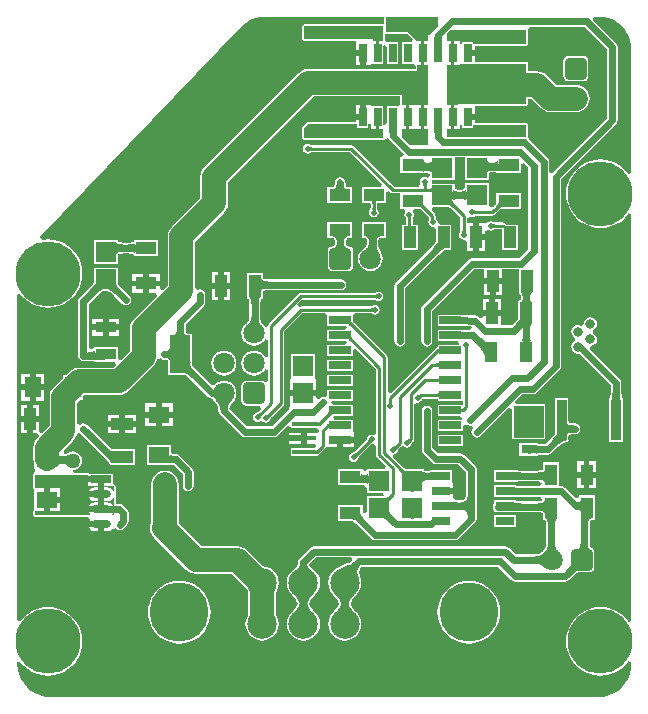
<source format=gtl>
G04*
G04 #@! TF.GenerationSoftware,Altium Limited,Altium Designer,19.1.6 (110)*
G04*
G04 Layer_Physical_Order=1*
G04 Layer_Color=255*
%FSLAX44Y44*%
%MOMM*%
G71*
G01*
G75*
%ADD11C,0.6000*%
%ADD12C,0.2540*%
%ADD15R,1.8500X0.6500*%
%ADD16R,1.0300X1.8700*%
%ADD17R,1.4000X1.8000*%
%ADD18R,1.7500X1.7000*%
%ADD19R,1.8000X1.0500*%
%ADD20R,1.8000X1.4000*%
%ADD21R,1.7000X0.6500*%
%ADD22O,1.7000X0.6500*%
%ADD23R,1.7500X0.9500*%
%ADD24R,1.7500X3.2000*%
%ADD25R,1.2700X0.7620*%
%ADD26R,2.5400X2.6700*%
%ADD27R,1.0500X1.8000*%
%ADD28R,0.8500X3.4300*%
%ADD29R,0.6500X1.5250*%
%ADD30R,1.8700X1.0300*%
%ADD31R,2.0000X0.4000*%
%ADD32R,1.5250X0.6500*%
%ADD60C,2.0000*%
%ADD61C,2.0000*%
%ADD62C,0.8000*%
%ADD63C,1.8000*%
G04:AMPARAMS|DCode=64|XSize=1.8mm|YSize=1.8mm|CornerRadius=0.225mm|HoleSize=0mm|Usage=FLASHONLY|Rotation=90.000|XOffset=0mm|YOffset=0mm|HoleType=Round|Shape=RoundedRectangle|*
%AMROUNDEDRECTD64*
21,1,1.8000,1.3500,0,0,90.0*
21,1,1.3500,1.8000,0,0,90.0*
1,1,0.4500,0.6750,0.6750*
1,1,0.4500,0.6750,-0.6750*
1,1,0.4500,-0.6750,-0.6750*
1,1,0.4500,-0.6750,0.6750*
%
%ADD64ROUNDEDRECTD64*%
G04:AMPARAMS|DCode=65|XSize=1.8mm|YSize=1.8mm|CornerRadius=0.225mm|HoleSize=0mm|Usage=FLASHONLY|Rotation=0.000|XOffset=0mm|YOffset=0mm|HoleType=Round|Shape=RoundedRectangle|*
%AMROUNDEDRECTD65*
21,1,1.8000,1.3500,0,0,0.0*
21,1,1.3500,1.8000,0,0,0.0*
1,1,0.4500,0.6750,-0.6750*
1,1,0.4500,-0.6750,-0.6750*
1,1,0.4500,-0.6750,0.6750*
1,1,0.4500,0.6750,0.6750*
%
%ADD65ROUNDEDRECTD65*%
%ADD66C,1.5000*%
%ADD67C,5.0000*%
%ADD68C,2.5000*%
%ADD69C,0.5000*%
%ADD70C,1.2700*%
%ADD71C,5.5000*%
G36*
X435000Y576000D02*
X390200D01*
Y577245D01*
X380700D01*
Y576000D01*
X378540D01*
Y578285D01*
X374020D01*
Y568120D01*
Y557955D01*
X378540D01*
Y559000D01*
X380700D01*
Y558995D01*
X390200D01*
Y559000D01*
X435000D01*
Y525000D01*
X377000D01*
Y524045D01*
X374020D01*
Y513880D01*
Y503715D01*
X378540D01*
Y507000D01*
X380700D01*
Y504755D01*
X390200D01*
Y507000D01*
X435000D01*
Y498012D01*
X433730Y496970D01*
X433135Y497088D01*
X368000D01*
Y503715D01*
X371480D01*
Y513880D01*
Y524045D01*
X368000D01*
X368000Y557955D01*
X371480D01*
Y568120D01*
Y578285D01*
X368000D01*
Y584699D01*
X371301Y588000D01*
X435000Y588000D01*
Y576000D01*
D02*
G37*
G36*
X363270Y575714D02*
X356830D01*
X356920Y575774D01*
X357000Y575955D01*
X357070Y576255D01*
X357131Y576674D01*
X357225Y577874D01*
X357300Y581715D01*
X363300D01*
X363270Y575714D01*
D02*
G37*
G36*
X314000Y578285D02*
X310520D01*
Y568120D01*
X307980D01*
Y578285D01*
X305000D01*
Y580000D01*
X247000D01*
Y591000D01*
X314000D01*
Y578285D01*
D02*
G37*
G36*
X500537Y598486D02*
X504809Y597460D01*
X508868Y595778D01*
X512615Y593483D01*
X515956Y590629D01*
X518810Y587288D01*
X521106Y583541D01*
X522787Y579482D01*
X523813Y575209D01*
X524071Y571925D01*
Y570829D01*
X524071Y570829D01*
Y466230D01*
X521531Y465513D01*
X521234Y465998D01*
X518270Y469469D01*
X514799Y472434D01*
X510906Y474819D01*
X506689Y476566D01*
X502251Y477631D01*
X497700Y477990D01*
X493149Y477631D01*
X488711Y476566D01*
X484494Y474819D01*
X480602Y472434D01*
X477131Y469469D01*
X474166Y465998D01*
X471781Y462106D01*
X470034Y457889D01*
X468969Y453451D01*
X468610Y448900D01*
X468969Y444349D01*
X470034Y439911D01*
X471781Y435694D01*
X474166Y431801D01*
X477131Y428330D01*
X480602Y425366D01*
X484494Y422981D01*
X488711Y421234D01*
X493149Y420168D01*
X497700Y419810D01*
X502251Y420168D01*
X506689Y421234D01*
X510906Y422981D01*
X514799Y425366D01*
X518270Y428330D01*
X521234Y431801D01*
X521531Y432287D01*
X524071Y431570D01*
Y87330D01*
X521531Y86613D01*
X521234Y87099D01*
X518270Y90569D01*
X514799Y93534D01*
X510906Y95919D01*
X506689Y97666D01*
X502251Y98731D01*
X497700Y99090D01*
X493149Y98731D01*
X488711Y97666D01*
X484494Y95919D01*
X480602Y93534D01*
X477131Y90569D01*
X474166Y87099D01*
X471781Y83206D01*
X470034Y78989D01*
X468969Y74551D01*
X468610Y70000D01*
X468969Y65449D01*
X470034Y61011D01*
X471781Y56794D01*
X474166Y52902D01*
X477131Y49430D01*
X480602Y46466D01*
X484494Y44081D01*
X488711Y42334D01*
X493149Y41269D01*
X497700Y40910D01*
X502251Y41269D01*
X506689Y42334D01*
X510906Y44081D01*
X514799Y46466D01*
X518270Y49430D01*
X521234Y52902D01*
X521531Y53387D01*
X524071Y52670D01*
Y50800D01*
X524071Y50800D01*
Y49703D01*
X523813Y46419D01*
X522787Y42147D01*
X521106Y38087D01*
X518810Y34341D01*
X515956Y31000D01*
X512615Y28146D01*
X508868Y25850D01*
X504809Y24169D01*
X500536Y23143D01*
X497253Y22885D01*
X30953D01*
X27669Y23143D01*
X23397Y24169D01*
X19338Y25850D01*
X15591Y28146D01*
X12250Y31000D01*
X9396Y34341D01*
X7100Y38087D01*
X5419Y42147D01*
X4393Y46420D01*
X4135Y49703D01*
Y52244D01*
X5254Y52560D01*
X6675Y52657D01*
X9431Y49430D01*
X12902Y46466D01*
X16794Y44081D01*
X21011Y42334D01*
X25449Y41269D01*
X30000Y40910D01*
X34551Y41269D01*
X38989Y42334D01*
X43206Y44081D01*
X47098Y46466D01*
X50570Y49430D01*
X53534Y52902D01*
X55919Y56794D01*
X57666Y61011D01*
X58731Y65449D01*
X59090Y70000D01*
X58731Y74551D01*
X57666Y78989D01*
X55919Y83206D01*
X53534Y87099D01*
X50570Y90569D01*
X47098Y93534D01*
X43206Y95919D01*
X38989Y97666D01*
X34551Y98731D01*
X30000Y99090D01*
X25449Y98731D01*
X21011Y97666D01*
X16794Y95919D01*
X12902Y93534D01*
X9431Y90569D01*
X6675Y87343D01*
X5254Y87440D01*
X4135Y87756D01*
Y363644D01*
X5254Y363960D01*
X6675Y364057D01*
X9431Y360830D01*
X12902Y357866D01*
X16794Y355481D01*
X21011Y353734D01*
X25449Y352668D01*
X30000Y352310D01*
X34551Y352668D01*
X38989Y353734D01*
X43206Y355481D01*
X47098Y357866D01*
X50570Y360830D01*
X53534Y364301D01*
X55919Y368194D01*
X57666Y372411D01*
X58731Y376849D01*
X59090Y381400D01*
X58731Y385951D01*
X57666Y390389D01*
X55919Y394606D01*
X53534Y398498D01*
X50570Y401969D01*
X47098Y404934D01*
X43206Y407319D01*
X38989Y409066D01*
X34551Y410131D01*
X30000Y410490D01*
X25449Y410131D01*
X25028Y410030D01*
X23709Y412326D01*
X193739Y590122D01*
X193739Y590122D01*
X194596Y591018D01*
X197462Y593487D01*
X201201Y595778D01*
X205261Y597460D01*
X209533Y598486D01*
X212817Y598744D01*
X314376D01*
Y592875D01*
X314000Y592624D01*
X247000D01*
X245852Y592148D01*
X245376Y591000D01*
Y580000D01*
X245852Y578852D01*
X247000Y578376D01*
X288258D01*
X290760Y578285D01*
X290760Y575836D01*
Y570620D01*
X296550D01*
Y568120D01*
X299050D01*
Y557955D01*
X302340D01*
Y558078D01*
X304500Y558995D01*
X304880Y558995D01*
X314000D01*
Y574457D01*
X314660Y574896D01*
X317200Y573535D01*
Y558995D01*
X326700D01*
Y577245D01*
X319142D01*
X317942Y577245D01*
X316755Y577777D01*
X315624Y579132D01*
Y584245D01*
X316000Y584496D01*
X334177D01*
X338889Y579785D01*
X337837Y577245D01*
X329900D01*
Y558995D01*
X338908D01*
X339846Y558574D01*
X341226Y557272D01*
Y554599D01*
X250392D01*
X250392Y554599D01*
X247390Y554204D01*
X244592Y553045D01*
X242190Y551202D01*
X242190Y551202D01*
X162331Y471343D01*
X160487Y468940D01*
X159329Y466143D01*
X158933Y463141D01*
X158933Y463140D01*
Y445337D01*
X134798Y421202D01*
X132955Y418800D01*
X131796Y416002D01*
X131401Y413000D01*
X131401Y413000D01*
Y371805D01*
X127080Y367484D01*
X124540Y368536D01*
Y370500D01*
X115500D01*
Y365210D01*
X121214D01*
X122266Y362670D01*
X102798Y343202D01*
X100955Y340800D01*
X99796Y338002D01*
X99401Y335000D01*
X99401Y335000D01*
Y315805D01*
X91790Y308194D01*
X89250Y309246D01*
Y319250D01*
X71290D01*
X70616Y319250D01*
X70468Y319332D01*
X70323Y319325D01*
X70280Y319343D01*
X68750Y319250D01*
Y318481D01*
X67537Y317719D01*
X66521Y317437D01*
X64588Y319046D01*
Y355849D01*
X71308Y362570D01*
X71386Y362598D01*
X73723Y364770D01*
X74697Y365551D01*
X75571Y366161D01*
X76160Y366500D01*
X78078D01*
X78100Y366483D01*
X78207Y366500D01*
X78233D01*
X78341Y366444D01*
X78520Y366500D01*
X78615D01*
X78766Y366437D01*
X78890Y366489D01*
X79021Y366458D01*
X79090Y366500D01*
X81019D01*
X81027Y366497D01*
X81771Y366070D01*
X82616Y365483D01*
X84681Y363740D01*
X85842Y362620D01*
X85924Y362587D01*
X92756Y355756D01*
X94244Y354761D01*
X96000Y354412D01*
X97756Y354761D01*
X99244Y355756D01*
X100239Y357244D01*
X100588Y359000D01*
X100239Y360756D01*
X99244Y362244D01*
X93297Y368192D01*
X93293Y368211D01*
X93251Y368238D01*
X93179Y368309D01*
X93151Y368387D01*
X90918Y370785D01*
X90118Y371778D01*
X89497Y372663D01*
X89250Y373092D01*
Y375514D01*
X89306Y375622D01*
X89264Y375755D01*
X89308Y375888D01*
X89250Y376003D01*
Y386500D01*
X68750D01*
Y376840D01*
X68708Y376771D01*
X68739Y376640D01*
X68687Y376516D01*
X68750Y376365D01*
Y373910D01*
X68411Y373321D01*
X67814Y372465D01*
X66024Y370354D01*
X64870Y369158D01*
X64838Y369076D01*
X56756Y360994D01*
X55761Y359506D01*
X55412Y357750D01*
Y312000D01*
X55761Y310244D01*
X56756Y308756D01*
X58244Y307761D01*
X60000Y307412D01*
X64166D01*
X64246Y307377D01*
X67259Y307313D01*
X68598Y307206D01*
X68750Y307184D01*
X68750Y306750D01*
X70280Y306657D01*
X70505Y306750D01*
X71290Y306750D01*
X86754D01*
X87806Y304210D01*
X85195Y301599D01*
X81000D01*
X81000Y301599D01*
X81000Y301599D01*
X56000D01*
X56000Y301599D01*
X52998Y301204D01*
X50200Y300045D01*
X47798Y298202D01*
X47798Y298202D01*
X45096Y295500D01*
X42500D01*
Y292904D01*
X34798Y285202D01*
X32955Y282800D01*
X31796Y280002D01*
X31401Y277000D01*
X31401Y277000D01*
Y252805D01*
X25030Y246434D01*
X22490Y247486D01*
X22490Y248053D01*
X22490Y248053D01*
X22490Y248080D01*
Y255500D01*
X17300D01*
Y246110D01*
X20520Y246110D01*
X20547D01*
X20547D01*
X21114Y246110D01*
X21515Y245142D01*
X22166Y243570D01*
X20798Y242202D01*
X18955Y239800D01*
X17796Y237002D01*
X17401Y234000D01*
X17401Y234000D01*
Y224000D01*
X17796Y220998D01*
X18500Y219298D01*
Y215500D01*
X19057D01*
X19298Y215164D01*
X19219Y214492D01*
X18224Y212302D01*
X17852Y212148D01*
X17376Y211000D01*
X17376Y199540D01*
X17852Y198392D01*
X18500Y198123D01*
Y181877D01*
X17852Y181608D01*
X17376Y180460D01*
Y177000D01*
X17852Y175852D01*
X19000Y175376D01*
X64299D01*
X64965Y174228D01*
X65350Y172836D01*
X64457Y171500D01*
X75000D01*
Y169000D01*
X77500D01*
Y163097D01*
X80250D01*
X82509Y163546D01*
X84424Y164826D01*
X84809Y165402D01*
X87541Y165652D01*
X87860Y165551D01*
X89176Y164671D01*
X90932Y164322D01*
X92688Y164671D01*
X94176Y165666D01*
X96970Y168460D01*
X97965Y169948D01*
X98314Y171704D01*
Y178562D01*
X97965Y180318D01*
X96970Y181806D01*
X93668Y185108D01*
X92180Y186103D01*
X90424Y186452D01*
X87624D01*
Y193629D01*
X87442Y194066D01*
X87376Y194400D01*
X87442Y194734D01*
X87624Y195171D01*
Y201310D01*
X87148Y202458D01*
X86000Y202934D01*
X85000D01*
Y211850D01*
X65283D01*
X65108Y212271D01*
X65075Y212285D01*
X65059Y212318D01*
X64507Y212521D01*
X63960Y212747D01*
X63927Y212733D01*
X63892Y212745D01*
X60966Y212624D01*
X51784D01*
X51618Y215164D01*
X53049Y215352D01*
X54959Y216143D01*
X56599Y217401D01*
X57857Y219041D01*
X58648Y220951D01*
X58918Y223000D01*
X58648Y225049D01*
X57857Y226959D01*
X56599Y228599D01*
X54959Y229857D01*
X53049Y230648D01*
X51000Y230918D01*
X48951Y230648D01*
X47041Y229857D01*
X46118Y229149D01*
X45834Y229071D01*
X45587Y228880D01*
X45374Y228748D01*
X45114Y228621D01*
X44929Y228549D01*
X44256Y228784D01*
X43919Y228958D01*
X43419Y232015D01*
X51202Y239798D01*
X51202Y239798D01*
X53045Y242200D01*
X54204Y244998D01*
X54301Y245737D01*
X56043Y246375D01*
X56955Y246436D01*
X76128Y227263D01*
X76163Y227179D01*
X77356Y225973D01*
X80173Y222968D01*
X81381Y221517D01*
X81761Y220995D01*
X81997Y220618D01*
X82066Y220471D01*
X82091Y220350D01*
X82091Y220350D01*
X82150Y220263D01*
X82150Y219150D01*
X83680Y219057D01*
X83780Y219098D01*
X84011Y219091D01*
X84098Y219150D01*
X103850D01*
Y232450D01*
X84316D01*
X81270Y235154D01*
X80582Y235837D01*
X80497Y235872D01*
X63486Y252883D01*
X63244Y253244D01*
X61756Y254239D01*
X60000Y254588D01*
X58244Y254239D01*
X57139Y253501D01*
X55647Y253935D01*
X54599Y254589D01*
Y272195D01*
X56904Y274500D01*
X59500D01*
Y277096D01*
X60805Y278401D01*
X81000D01*
X81000Y278401D01*
X81000Y278401D01*
X90000D01*
X90000Y278401D01*
X93002Y278796D01*
X95800Y279955D01*
X98202Y281798D01*
X119202Y302798D01*
X119202Y302798D01*
X121045Y305200D01*
X122204Y307998D01*
X122315Y308837D01*
X123780Y309389D01*
X124978Y309607D01*
X126244Y308761D01*
X127788Y308454D01*
X127963Y308377D01*
X128930Y308355D01*
X129735Y308294D01*
X130410Y308197D01*
X130946Y308074D01*
X131333Y307937D01*
X131570Y307813D01*
X131669Y307734D01*
X131674Y307728D01*
X131699Y307522D01*
X131750Y307433D01*
Y295500D01*
X143241D01*
X143455Y295407D01*
X143585Y295458D01*
X143721Y295424D01*
X143848Y295500D01*
X146187D01*
X146535Y295300D01*
X147407Y294688D01*
X149591Y292829D01*
X150841Y291621D01*
X150923Y291588D01*
X165756Y276756D01*
X167244Y275761D01*
X169000Y275412D01*
X169535D01*
X169828Y274705D01*
X171493Y272535D01*
X171526Y272452D01*
X172113Y271836D01*
X172600Y271249D01*
X173023Y270654D01*
X173385Y270049D01*
X173689Y269433D01*
X173936Y268806D01*
X174127Y268162D01*
X174265Y267501D01*
X174347Y266819D01*
X174378Y266051D01*
X174412Y265977D01*
Y265246D01*
X174761Y263490D01*
X175756Y262002D01*
X193352Y244406D01*
X194840Y243411D01*
X196596Y243062D01*
X221742D01*
X223498Y243411D01*
X224986Y244406D01*
X233153Y252573D01*
X235500Y251601D01*
Y250500D01*
X256579D01*
X256685Y250432D01*
X256890Y250440D01*
X256970Y250407D01*
X257729Y250453D01*
X259604Y248572D01*
X259658Y248477D01*
X258163Y246540D01*
X257136Y246540D01*
X249500D01*
Y242000D01*
Y237460D01*
X256223D01*
X257305Y235025D01*
X256151Y233554D01*
X255730D01*
X255457Y233500D01*
X235500D01*
Y226500D01*
X258500D01*
Y228023D01*
X258989Y228121D01*
X259905Y228733D01*
X263750Y232578D01*
X264497Y233325D01*
X266168Y234158D01*
X267231Y234389D01*
X267535Y234410D01*
X274750D01*
Y240200D01*
X277250D01*
Y242700D01*
X289040D01*
Y245990D01*
X288918D01*
X288000Y248150D01*
X288000Y248530D01*
Y257650D01*
X272806D01*
X272451Y257899D01*
X271492Y260190D01*
X272143Y260850D01*
X288000D01*
Y270350D01*
X271651D01*
X269887Y272869D01*
X270144Y273550D01*
X288000D01*
Y283050D01*
X266500D01*
Y278512D01*
X266127Y278050D01*
X263960Y276714D01*
X263144Y276876D01*
X261388Y276527D01*
X259900Y275532D01*
X259637Y275269D01*
X257290Y276241D01*
Y277500D01*
X234710D01*
Y268960D01*
X234710D01*
X234224Y266621D01*
X219841Y252238D01*
X198496D01*
X183681Y267054D01*
X183736Y267501D01*
X183873Y268162D01*
X184064Y268806D01*
X184311Y269433D01*
X184615Y270049D01*
X184977Y270654D01*
X185400Y271249D01*
X185887Y271836D01*
X186474Y272452D01*
X186507Y272535D01*
X188172Y274705D01*
X189230Y277259D01*
X189591Y280000D01*
X189230Y282741D01*
X188172Y285295D01*
X186489Y287489D01*
X184295Y289172D01*
X181741Y290230D01*
X179000Y290591D01*
X176259Y290230D01*
X173705Y289172D01*
X171511Y287489D01*
X171159Y287030D01*
X168625Y286864D01*
X156163Y299325D01*
X156131Y299407D01*
X155024Y300556D01*
X154101Y301600D01*
X153344Y302553D01*
X152755Y303407D01*
X152333Y304149D01*
X152250Y304345D01*
Y306701D01*
X152326Y307002D01*
X152263Y307107D01*
X152276Y307229D01*
X152250Y307260D01*
Y330500D01*
X148269D01*
X148171Y330554D01*
X147792Y330594D01*
X147655Y330642D01*
X147533Y330724D01*
X147383Y330886D01*
X147205Y331179D01*
X147022Y331628D01*
X146859Y332238D01*
X146732Y333003D01*
X146652Y333916D01*
X146623Y335012D01*
X146588Y335090D01*
Y338727D01*
X161740Y353880D01*
X162735Y355368D01*
X163084Y357124D01*
Y363474D01*
X162735Y365230D01*
X161740Y366718D01*
X160252Y367713D01*
X158496Y368062D01*
X157139Y367792D01*
X155830Y368404D01*
X154599Y369337D01*
Y408195D01*
X179202Y432798D01*
X181045Y435200D01*
X182204Y437998D01*
X182599Y441000D01*
X182204Y444002D01*
X182132Y444176D01*
Y458336D01*
X255197Y531401D01*
X328376D01*
Y524851D01*
X327141Y523491D01*
X326058Y523005D01*
X317200D01*
Y508551D01*
X314660Y507167D01*
X314000Y507592D01*
Y523005D01*
X304500D01*
Y523005D01*
X302340Y523922D01*
Y524045D01*
X299050D01*
Y513880D01*
X296550D01*
Y511380D01*
X290760D01*
Y509624D01*
X250000D01*
X248852Y509148D01*
X245852Y506148D01*
X245376Y505000D01*
X245376Y496244D01*
X245376Y496000D01*
X245376Y496000D01*
X245852Y494852D01*
X247000Y494376D01*
X247000Y494376D01*
X247244Y494376D01*
X314000D01*
X315148Y494852D01*
X315424Y495518D01*
X316107Y495730D01*
X317248Y495853D01*
X318072Y495779D01*
X318756Y494756D01*
X331221Y482290D01*
X330169Y479750D01*
X328500D01*
Y466250D01*
X347451D01*
X347467Y466237D01*
X347775Y466239D01*
X347975Y466157D01*
X349500Y466250D01*
X351442Y466746D01*
X352689Y466101D01*
X353666Y465327D01*
X353200Y463580D01*
X350744Y462645D01*
X350561Y462768D01*
X349000Y463078D01*
X347439Y462768D01*
X346116Y461884D01*
X345232Y460561D01*
X344922Y459000D01*
X345232Y457439D01*
X345282Y457364D01*
X344086Y454962D01*
X343998Y454905D01*
X343952Y454882D01*
X343762Y454824D01*
X323170D01*
X288997Y488997D01*
X288081Y489609D01*
X287000Y489824D01*
X287000Y489824D01*
X253862D01*
X253713Y489893D01*
X253244Y489910D01*
X253107Y489924D01*
X252984Y489943D01*
X252894Y489963D01*
X252839Y489979D01*
X252829Y489983D01*
X252792Y490008D01*
X252770Y490012D01*
X252751Y490022D01*
X252701Y490026D01*
X252670Y490032D01*
X252652Y490038D01*
X251561Y490768D01*
X250000Y491078D01*
X248439Y490768D01*
X247116Y489884D01*
X246232Y488561D01*
X245922Y487000D01*
X246232Y485439D01*
X247116Y484116D01*
X248439Y483232D01*
X250000Y482922D01*
X251561Y483232D01*
X252652Y483962D01*
X252670Y483968D01*
X252701Y483974D01*
X252751Y483978D01*
X252770Y483988D01*
X252792Y483992D01*
X252829Y484016D01*
X252839Y484021D01*
X252894Y484037D01*
X252984Y484057D01*
X253088Y484073D01*
X253461Y484103D01*
X253682Y484107D01*
X253841Y484176D01*
X285830D01*
X312909Y457097D01*
X311937Y454750D01*
X295500D01*
Y441250D01*
X303016D01*
X303027Y441210D01*
X303067Y440963D01*
X303096Y440637D01*
X303107Y440198D01*
X303176Y440044D01*
Y436862D01*
X303107Y436713D01*
X303090Y436245D01*
X303076Y436107D01*
X303057Y435984D01*
X303037Y435894D01*
X303021Y435839D01*
X303016Y435829D01*
X302992Y435792D01*
X302988Y435770D01*
X302978Y435751D01*
X302974Y435701D01*
X302968Y435670D01*
X302962Y435653D01*
X302232Y434561D01*
X301922Y433000D01*
X302232Y431439D01*
X303116Y430116D01*
X304439Y429232D01*
X306000Y428922D01*
X307561Y429232D01*
X308884Y430116D01*
X309768Y431439D01*
X310078Y433000D01*
X309768Y434561D01*
X309038Y435653D01*
X309032Y435670D01*
X309026Y435701D01*
X309022Y435751D01*
X309012Y435770D01*
X309008Y435792D01*
X308983Y435829D01*
X308979Y435839D01*
X308963Y435894D01*
X308943Y435984D01*
X308927Y436088D01*
X308897Y436461D01*
X308893Y436682D01*
X308824Y436841D01*
Y440044D01*
X308893Y440198D01*
X308904Y440637D01*
X308933Y440963D01*
X308974Y441210D01*
X308984Y441250D01*
X316500D01*
Y450187D01*
X318847Y451159D01*
X320003Y450003D01*
X320003Y450003D01*
X320919Y449391D01*
X322000Y449176D01*
X328500D01*
Y436250D01*
X331468D01*
X332054Y435404D01*
X332593Y433710D01*
X332020Y432853D01*
X331710Y431292D01*
X332020Y429731D01*
X332904Y428408D01*
X333029Y428325D01*
X333030Y428320D01*
X333030Y428315D01*
X333031Y428313D01*
X333035Y428286D01*
X333058Y428248D01*
X333063Y428228D01*
X333073Y428216D01*
X333079Y428198D01*
X333097Y428127D01*
X333112Y428042D01*
X333144Y427688D01*
X333149Y427475D01*
X333183Y427397D01*
X333160Y427316D01*
X333218Y427212D01*
Y424056D01*
X333149Y423902D01*
X333138Y423463D01*
X333109Y423137D01*
X333069Y422890D01*
X333058Y422850D01*
X329950D01*
Y401150D01*
X343250D01*
Y422850D01*
X339026D01*
X339016Y422890D01*
X338975Y423137D01*
X338946Y423463D01*
X338935Y423902D01*
X338866Y424056D01*
Y427626D01*
X338935Y427786D01*
X338939Y428032D01*
X338947Y428211D01*
X338984Y428554D01*
X339000Y428645D01*
X339019Y428720D01*
X339026Y428742D01*
X339028Y428745D01*
X339031Y428758D01*
X339031Y428758D01*
X339059Y428809D01*
X339061Y428829D01*
X339063Y428835D01*
X339064Y428855D01*
X339072Y428933D01*
X339099Y429048D01*
X339556Y429731D01*
X339866Y431292D01*
X339556Y432853D01*
X338983Y433710D01*
X339522Y435404D01*
X340108Y436250D01*
X344051D01*
X344118Y436208D01*
X344251Y436240D01*
X344377Y436187D01*
X344529Y436250D01*
X345146D01*
X345220Y436208D01*
X345514Y436001D01*
X346355Y435287D01*
X346841Y434817D01*
X347003Y434753D01*
X352704Y429052D01*
Y428488D01*
X352635Y428332D01*
X352624Y427839D01*
X352613Y427682D01*
X352575Y427371D01*
X352561Y427299D01*
X352550Y427254D01*
X352549Y427253D01*
X352549Y427250D01*
X352548Y427246D01*
X352544Y427236D01*
X352522Y427185D01*
X352521Y427168D01*
X352520Y427165D01*
X352521Y427155D01*
X352518Y427035D01*
X352509Y426975D01*
X352231Y426560D01*
X351921Y424999D01*
X352231Y423438D01*
X353115Y422115D01*
X354439Y421231D01*
X355999Y420921D01*
X358350Y418937D01*
Y411490D01*
X358308Y411421D01*
X358339Y411290D01*
X358287Y411166D01*
X358350Y411015D01*
Y408560D01*
X358012Y407971D01*
X357414Y407115D01*
X355624Y405003D01*
X354470Y403808D01*
X354438Y403726D01*
X324756Y374044D01*
X323761Y372556D01*
X323412Y370800D01*
Y324000D01*
X323761Y322244D01*
X324756Y320756D01*
X326244Y319761D01*
X328000Y319412D01*
X329756Y319761D01*
X331244Y320756D01*
X332239Y322244D01*
X332588Y324000D01*
Y368899D01*
X360908Y397220D01*
X360986Y397248D01*
X363323Y399420D01*
X364297Y400201D01*
X365171Y400811D01*
X365760Y401150D01*
X368215D01*
X368366Y401087D01*
X368490Y401139D01*
X368621Y401108D01*
X368690Y401150D01*
X371650D01*
Y422850D01*
X362196D01*
X360078Y424999D01*
X359767Y426560D01*
X358883Y427883D01*
X358532Y428118D01*
X358530Y428145D01*
X358517Y428169D01*
X358512Y428193D01*
X358490Y428227D01*
X358488Y428230D01*
X358473Y428284D01*
X358460Y428355D01*
X358426Y428695D01*
X358422Y428903D01*
X358353Y429059D01*
X358382Y429226D01*
X358353Y429268D01*
Y430221D01*
X358138Y431302D01*
X357526Y432219D01*
X357526Y432219D01*
X354784Y434960D01*
X355836Y437500D01*
X368801D01*
X368869Y437458D01*
X369001Y437490D01*
X369127Y437437D01*
X369279Y437500D01*
X369896D01*
X369970Y437458D01*
X370265Y437251D01*
X371105Y436537D01*
X371591Y436067D01*
X371753Y436003D01*
X379175Y428581D01*
Y417861D01*
X379107Y417712D01*
X379090Y417244D01*
X379075Y417106D01*
X379056Y416983D01*
X379036Y416894D01*
X379020Y416838D01*
X379016Y416828D01*
X378991Y416791D01*
X378987Y416769D01*
X378977Y416750D01*
X378973Y416701D01*
X378967Y416670D01*
X378961Y416652D01*
X378231Y415560D01*
X377921Y413999D01*
X378231Y412438D01*
X379115Y411115D01*
X380438Y410231D01*
X381999Y409921D01*
X382370Y409995D01*
X384686Y408459D01*
X384910Y408107D01*
Y400110D01*
X390100D01*
Y412000D01*
Y423890D01*
X384910D01*
X384823Y426394D01*
Y428342D01*
X387364Y429692D01*
X387567Y429556D01*
X389128Y429246D01*
X390689Y429556D01*
X391781Y430286D01*
X391798Y430292D01*
X391829Y430298D01*
X391879Y430302D01*
X391898Y430312D01*
X391920Y430316D01*
X391956Y430340D01*
X391967Y430345D01*
X392022Y430361D01*
X392112Y430381D01*
X392216Y430397D01*
X392589Y430427D01*
X392810Y430431D01*
X392969Y430500D01*
X406324D01*
X406324Y430500D01*
X407405Y430715D01*
X408321Y431327D01*
X409763Y432769D01*
X410516Y433272D01*
X411020Y434025D01*
X411656Y434662D01*
X411759Y434689D01*
X411804Y434765D01*
X411887Y434796D01*
X412875Y435717D01*
X413246Y436016D01*
X413562Y436239D01*
X413582Y436250D01*
X414141D01*
X414259Y436191D01*
X414392Y436236D01*
X414526Y436195D01*
X414631Y436250D01*
X430500D01*
Y449750D01*
X409500D01*
Y442015D01*
X409478Y441983D01*
X409500Y441854D01*
Y441854D01*
X409441Y441736D01*
X409500Y441561D01*
Y440876D01*
X409426Y440748D01*
X409223Y440457D01*
X408525Y439633D01*
X408066Y439158D01*
X408003Y438997D01*
X406815Y437809D01*
X405757Y437436D01*
X405547Y437414D01*
X404597Y437941D01*
X403250Y439095D01*
Y458000D01*
X382750D01*
Y454019D01*
X382696Y453921D01*
X382656Y453542D01*
X382608Y453405D01*
X382526Y453283D01*
X382364Y453133D01*
X382071Y452955D01*
X381622Y452772D01*
X381012Y452609D01*
X380247Y452482D01*
X379334Y452402D01*
X378500Y452380D01*
X377666Y452402D01*
X376753Y452482D01*
X375988Y452609D01*
X375378Y452772D01*
X374929Y452955D01*
X374636Y453133D01*
X374474Y453283D01*
X374392Y453405D01*
X374344Y453542D01*
X374304Y453921D01*
X374250Y454019D01*
Y457500D01*
X355370D01*
Y460500D01*
X374250D01*
Y479912D01*
X382750D01*
Y461000D01*
X403250D01*
Y465731D01*
X403304Y465829D01*
X403344Y466208D01*
X403392Y466345D01*
X403474Y466467D01*
X403636Y466617D01*
X403929Y466795D01*
X404378Y466978D01*
X404988Y467141D01*
X405753Y467268D01*
X406584Y467341D01*
X407961Y467271D01*
X408649Y467196D01*
X409201Y467104D01*
X409500Y467030D01*
X409500Y466250D01*
X411026Y466157D01*
X411166Y466214D01*
X411437Y466209D01*
X411492Y466250D01*
X430500D01*
Y474014D01*
X432847Y474986D01*
X436864Y470969D01*
Y402458D01*
X428629Y394224D01*
X388636D01*
X386880Y393875D01*
X385392Y392880D01*
X347530Y355018D01*
X346535Y353530D01*
X346186Y351774D01*
Y324104D01*
X346535Y322348D01*
X347530Y320860D01*
X349018Y319865D01*
X350774Y319516D01*
X352530Y319865D01*
X354018Y320860D01*
X355013Y322348D01*
X355362Y324104D01*
Y349874D01*
X390536Y385048D01*
X399110D01*
Y377500D01*
X406800D01*
X414490D01*
Y385048D01*
X428550D01*
Y366690D01*
X428550Y366052D01*
X428476Y365931D01*
X428484Y365746D01*
X428457Y365681D01*
X428550Y364150D01*
X429709D01*
X429829Y364076D01*
X429830Y364076D01*
X429864Y364071D01*
X429924Y363976D01*
X430056Y363654D01*
X430192Y363159D01*
X430307Y362527D01*
X430404Y361376D01*
X430380Y361067D01*
X430266Y360292D01*
X430118Y359671D01*
X429952Y359211D01*
X429792Y358914D01*
X429669Y358765D01*
X429600Y358712D01*
X429550Y358692D01*
X429258Y358658D01*
X429258Y358658D01*
X429113Y358576D01*
X427920D01*
X427827Y357046D01*
X427845Y357001D01*
X427838Y356853D01*
X427920Y356708D01*
Y346493D01*
X427863Y346384D01*
X427905Y346252D01*
X427862Y346120D01*
X427920Y346006D01*
Y343579D01*
X427660Y343129D01*
X427054Y342263D01*
X425224Y340112D01*
X424040Y338887D01*
X424008Y338805D01*
X423960Y338756D01*
X423900Y338720D01*
X423892Y338689D01*
X422785Y337582D01*
X413860D01*
Y345226D01*
X406170D01*
X398480D01*
Y344359D01*
X396133Y343387D01*
X394683Y344838D01*
X393982Y345306D01*
X393293Y345790D01*
X393240Y345802D01*
X393194Y345833D01*
X392368Y345997D01*
X391546Y346181D01*
X381500Y346416D01*
Y346550D01*
X379298D01*
X379106Y346588D01*
X373400D01*
X373208Y346550D01*
X360000D01*
Y337050D01*
X381500D01*
Y337050D01*
X381687Y337233D01*
X388022Y337084D01*
X388846Y336389D01*
X388882Y336312D01*
X387264Y333772D01*
X386057D01*
X385971Y333808D01*
X384843Y333809D01*
X380577Y333873D01*
X380368Y333887D01*
X380236Y333904D01*
X380132Y333876D01*
X379969Y333943D01*
X379745Y333850D01*
X360000D01*
Y324350D01*
X376804D01*
X378341Y321810D01*
X377996Y321152D01*
X377992Y321150D01*
X360000D01*
Y319145D01*
X359319Y319009D01*
X358403Y318397D01*
X358403Y318397D01*
X320070Y280064D01*
X317530Y281117D01*
Y310344D01*
X317315Y311425D01*
X316703Y312341D01*
X316703Y312341D01*
X289512Y339532D01*
X289455Y339685D01*
X288562Y340647D01*
X288274Y341007D01*
X288059Y341316D01*
X288000Y341420D01*
Y341948D01*
X288093Y342173D01*
X288042Y342296D01*
X288073Y342426D01*
X288000Y342545D01*
X288000Y346550D01*
X289960Y347950D01*
X302970D01*
X303119Y347882D01*
X303587Y347864D01*
X303725Y347850D01*
X303848Y347831D01*
X303938Y347811D01*
X303993Y347795D01*
X304004Y347790D01*
X304040Y347766D01*
X304062Y347762D01*
X304081Y347752D01*
X304130Y347748D01*
X304162Y347742D01*
X304179Y347736D01*
X305271Y347006D01*
X306832Y346696D01*
X308393Y347006D01*
X309716Y347890D01*
X310600Y349213D01*
X310910Y350774D01*
X310600Y352335D01*
X309716Y353658D01*
X308393Y354542D01*
X306832Y354852D01*
X305271Y354542D01*
X304179Y353812D01*
X304162Y353806D01*
X304130Y353800D01*
X304081Y353796D01*
X304062Y353786D01*
X304040Y353782D01*
X304004Y353758D01*
X303993Y353753D01*
X303938Y353737D01*
X303848Y353717D01*
X303744Y353701D01*
X303370Y353671D01*
X303150Y353667D01*
X302991Y353598D01*
X244088D01*
X243007Y353383D01*
X242894Y353308D01*
X241275Y355281D01*
X245170Y359176D01*
X306138D01*
X306287Y359108D01*
X306756Y359090D01*
X306893Y359076D01*
X307016Y359057D01*
X307106Y359037D01*
X307161Y359021D01*
X307171Y359016D01*
X307208Y358992D01*
X307230Y358988D01*
X307249Y358978D01*
X307299Y358974D01*
X307330Y358968D01*
X307347Y358962D01*
X308439Y358232D01*
X310000Y357922D01*
X311561Y358232D01*
X312884Y359116D01*
X313768Y360439D01*
X314078Y362000D01*
X313768Y363561D01*
X312884Y364884D01*
X311561Y365768D01*
X310000Y366078D01*
X308439Y365768D01*
X307347Y365038D01*
X307330Y365032D01*
X307299Y365026D01*
X307249Y365022D01*
X307230Y365012D01*
X307208Y365008D01*
X307171Y364983D01*
X307161Y364979D01*
X307106Y364963D01*
X307016Y364943D01*
X306912Y364927D01*
X306539Y364897D01*
X306318Y364893D01*
X306159Y364824D01*
X244000D01*
X244000Y364824D01*
X242919Y364609D01*
X242003Y363997D01*
X217003Y338997D01*
X216391Y338081D01*
X216176Y337000D01*
X215982Y336912D01*
X214704Y336479D01*
X212512Y337659D01*
X211964Y338340D01*
X211505Y338988D01*
X211105Y339639D01*
X210761Y340294D01*
X210473Y340952D01*
X210239Y341616D01*
X210058Y342286D01*
X209928Y342966D01*
X209851Y343656D01*
X209823Y344418D01*
X209788Y344493D01*
Y355570D01*
X209823Y355650D01*
X209844Y356755D01*
X209902Y357695D01*
X209996Y358493D01*
X210120Y359143D01*
X210261Y359631D01*
X210398Y359948D01*
X210473Y360062D01*
X210559Y360075D01*
X210559Y360075D01*
X210684Y360150D01*
X211850D01*
X211943Y361680D01*
X211918Y361741D01*
X211926Y361920D01*
X211850Y362045D01*
Y365731D01*
X211904Y365829D01*
X211944Y366208D01*
X211992Y366345D01*
X212074Y366467D01*
X212236Y366617D01*
X212529Y366795D01*
X212978Y366978D01*
X213588Y367141D01*
X214353Y367268D01*
X215266Y367348D01*
X216362Y367377D01*
X216440Y367412D01*
X278000D01*
X279756Y367761D01*
X281244Y368756D01*
X282239Y370244D01*
X282588Y372000D01*
X282239Y373756D01*
X281244Y375244D01*
X279756Y376239D01*
X278000Y376588D01*
X216440D01*
X216362Y376623D01*
X215266Y376652D01*
X214353Y376732D01*
X213588Y376859D01*
X212978Y377022D01*
X212529Y377205D01*
X212236Y377383D01*
X212074Y377533D01*
X211992Y377655D01*
X211944Y377792D01*
X211904Y378171D01*
X211850Y378269D01*
Y381850D01*
X198550D01*
Y362690D01*
X198550Y362045D01*
X198475Y361920D01*
X198482Y361741D01*
X198457Y361680D01*
X198550Y360150D01*
X199716D01*
X199841Y360075D01*
X199841Y360075D01*
X199927Y360062D01*
X200002Y359948D01*
X200139Y359631D01*
X200280Y359142D01*
X200399Y358517D01*
X200557Y356734D01*
X200577Y355650D01*
X200612Y355570D01*
Y345133D01*
X200584Y345080D01*
X200597Y345036D01*
X200578Y344994D01*
X200546Y344220D01*
X200459Y343547D01*
X200316Y342905D01*
X200118Y342292D01*
X199864Y341702D01*
X199552Y341133D01*
X199179Y340582D01*
X198742Y340045D01*
X198238Y339524D01*
X197621Y338978D01*
X197508Y338746D01*
X196911Y338289D01*
X195228Y336095D01*
X194170Y333541D01*
X193809Y330800D01*
X194170Y328059D01*
X195228Y325505D01*
X196911Y323311D01*
X199105Y321628D01*
X201659Y320570D01*
X204400Y320209D01*
X207141Y320570D01*
X209695Y321628D01*
X211889Y323311D01*
X213572Y325505D01*
X213636Y325659D01*
X216176Y325154D01*
Y311046D01*
X213636Y310541D01*
X213572Y310695D01*
X211889Y312889D01*
X209695Y314572D01*
X207141Y315630D01*
X204400Y315991D01*
X201659Y315630D01*
X199105Y314572D01*
X196911Y312889D01*
X195228Y310695D01*
X194170Y308141D01*
X193809Y305400D01*
X194170Y302659D01*
X195228Y300105D01*
X196911Y297911D01*
X199105Y296228D01*
X201659Y295170D01*
X204400Y294809D01*
X207141Y295170D01*
X209695Y296228D01*
X211889Y297911D01*
X213572Y300105D01*
X213636Y300259D01*
X216176Y299754D01*
Y290550D01*
X214694Y289850D01*
X213636Y289599D01*
X212613Y290282D01*
X211150Y290573D01*
X197650D01*
X196187Y290282D01*
X194946Y289454D01*
X194118Y288213D01*
X193827Y286750D01*
Y273250D01*
X194118Y271787D01*
X194946Y270546D01*
X196187Y269718D01*
X197650Y269427D01*
X209262D01*
X210314Y266887D01*
X207797Y264370D01*
X207635Y264305D01*
X207456Y264131D01*
X207318Y264004D01*
X207044Y263778D01*
X206962Y263719D01*
X206891Y263674D01*
X206860Y263657D01*
X206856Y263656D01*
X206847Y263650D01*
X206844Y263648D01*
X206791Y263630D01*
X206776Y263618D01*
X206771Y263616D01*
X206761Y263605D01*
X206690Y263543D01*
X206603Y263484D01*
X205957Y263356D01*
X204634Y262472D01*
X203750Y261149D01*
X203440Y259588D01*
X203750Y258027D01*
X204634Y256704D01*
X205957Y255820D01*
X207518Y255510D01*
X209079Y255820D01*
X210402Y256704D01*
X212694Y255563D01*
X213069Y255312D01*
X214630Y255002D01*
X216191Y255312D01*
X217514Y256196D01*
X218398Y257519D01*
X218654Y258807D01*
X218662Y258824D01*
X218680Y258850D01*
X218712Y258888D01*
X218719Y258909D01*
X218731Y258927D01*
X218740Y258970D01*
X218744Y258981D01*
X218772Y259032D01*
X218821Y259109D01*
X218883Y259194D01*
X219126Y259479D01*
X219280Y259638D01*
X219343Y259799D01*
X228997Y269453D01*
X228997Y269453D01*
X229609Y270369D01*
X229824Y271450D01*
Y332517D01*
X245257Y347950D01*
X264540D01*
X266500Y346550D01*
X266500Y345410D01*
Y337050D01*
X282160D01*
X283026Y336390D01*
X283029Y335920D01*
X281588Y333850D01*
X266500D01*
Y324350D01*
X282160D01*
X283026Y323690D01*
X283029Y323220D01*
X281588Y321150D01*
X266500D01*
Y311650D01*
X288000D01*
Y317037D01*
X290347Y318009D01*
X307818Y300538D01*
Y246315D01*
X305848Y244965D01*
X305278Y244824D01*
X304000Y245078D01*
X302439Y244768D01*
X301116Y243884D01*
X300232Y242561D01*
X299976Y241273D01*
X299967Y241256D01*
X299950Y241229D01*
X299918Y241192D01*
X299911Y241171D01*
X299899Y241153D01*
X299890Y241110D01*
X299886Y241099D01*
X299858Y241048D01*
X299809Y240971D01*
X299747Y240886D01*
X299504Y240601D01*
X299350Y240442D01*
X299287Y240281D01*
X289734Y230728D01*
X289580Y230671D01*
X289237Y230352D01*
X289130Y230265D01*
X289029Y230191D01*
X288951Y230142D01*
X288901Y230114D01*
X288890Y230110D01*
X288847Y230101D01*
X288829Y230089D01*
X288808Y230082D01*
X288771Y230050D01*
X288744Y230033D01*
X288727Y230024D01*
X287439Y229768D01*
X286116Y228884D01*
X285232Y227561D01*
X284922Y226000D01*
X285232Y224439D01*
X286116Y223116D01*
X287439Y222232D01*
X289000Y221922D01*
X290561Y222232D01*
X291884Y223116D01*
X292768Y224439D01*
X293024Y225727D01*
X293032Y225744D01*
X293050Y225770D01*
X293082Y225809D01*
X293089Y225829D01*
X293101Y225847D01*
X293110Y225890D01*
X293114Y225901D01*
X293142Y225952D01*
X293191Y226029D01*
X293253Y226114D01*
X293496Y226399D01*
X293650Y226558D01*
X293713Y226719D01*
X303266Y236272D01*
X303420Y236329D01*
X303763Y236648D01*
X303870Y236735D01*
X303971Y236809D01*
X304049Y236858D01*
X304099Y236886D01*
X304110Y236890D01*
X304153Y236899D01*
X304171Y236911D01*
X304191Y236918D01*
X304230Y236950D01*
X304256Y236968D01*
X304273Y236976D01*
X305278Y237176D01*
X305848Y237035D01*
X307818Y235685D01*
Y227778D01*
X307818Y227778D01*
X308033Y226697D01*
X308645Y225780D01*
X316079Y218347D01*
X315107Y216000D01*
X299750D01*
Y215231D01*
X299088Y214688D01*
X298154Y214213D01*
X296805Y214942D01*
X296500Y215207D01*
Y215750D01*
X275500D01*
Y202250D01*
X294748D01*
X294975Y202157D01*
X296500Y202250D01*
X297643Y202276D01*
X299750Y200056D01*
Y196000D01*
X313255D01*
X313439Y195911D01*
X314527Y193460D01*
X314110Y193000D01*
X299750D01*
Y179827D01*
X297210Y178589D01*
X296500Y179144D01*
Y180217D01*
X296563Y180313D01*
X296535Y180451D01*
X296593Y180580D01*
X296500Y180821D01*
Y185750D01*
X275500D01*
Y172250D01*
X284309D01*
X284316Y172244D01*
X284410Y172250D01*
X284435D01*
X284531Y172187D01*
X284842Y172250D01*
X287196D01*
X287506Y172118D01*
X288248Y171697D01*
X289078Y171126D01*
X291083Y169444D01*
X292199Y168369D01*
X292281Y168337D01*
X303862Y156756D01*
X305350Y155761D01*
X307106Y155412D01*
X374376D01*
X376132Y155761D01*
X377620Y156756D01*
X391610Y170746D01*
X392605Y172234D01*
X392954Y173990D01*
Y184676D01*
X392958Y184682D01*
X392954Y184701D01*
Y185299D01*
X392958Y185318D01*
X392954Y185324D01*
Y215646D01*
X392605Y217402D01*
X391610Y218890D01*
X382466Y228034D01*
X380978Y229029D01*
X379222Y229378D01*
X360294D01*
X355588Y234084D01*
Y265000D01*
X355239Y266756D01*
X354244Y268244D01*
X352756Y269239D01*
X351000Y269588D01*
X349244Y269239D01*
X347756Y268244D01*
X346761Y266756D01*
X346412Y265000D01*
Y232184D01*
X346761Y230428D01*
X347756Y228940D01*
X355150Y221546D01*
X356638Y220551D01*
X358394Y220202D01*
X377322D01*
X383778Y213745D01*
Y194324D01*
X383774Y194318D01*
X383778Y194299D01*
Y194155D01*
X383745Y194085D01*
X383690Y193044D01*
X383548Y192240D01*
X383330Y191586D01*
X383050Y191067D01*
X382712Y190654D01*
X382299Y190315D01*
X381780Y190036D01*
X381126Y189818D01*
X380322Y189676D01*
X379281Y189621D01*
X379211Y189588D01*
X376560D01*
X376474Y189624D01*
X376465Y189620D01*
X376455Y189624D01*
X374445Y189600D01*
X373045Y191973D01*
Y194850D01*
X362880D01*
Y199850D01*
X373045D01*
Y203140D01*
X372922D01*
X372005Y205300D01*
X372005Y205680D01*
Y214800D01*
X356295D01*
X355510Y214800D01*
X355285Y214893D01*
X353755Y214800D01*
Y214645D01*
X350974Y214467D01*
X349784Y214525D01*
X349092Y214597D01*
X348536Y214686D01*
X348250Y214754D01*
X348250Y215500D01*
X346724Y215593D01*
X346575Y215532D01*
X346296Y215537D01*
X346248Y215500D01*
X334440D01*
X334409Y215525D01*
X334163Y215500D01*
X333326D01*
X333186Y215560D01*
X332951Y215693D01*
X332675Y215881D01*
X331909Y216521D01*
X331478Y216936D01*
X331318Y216999D01*
X331267Y217049D01*
X331185Y217160D01*
X331152Y217165D01*
X322390Y225926D01*
X323369Y228539D01*
X323887Y228642D01*
X325210Y229526D01*
X326094Y230849D01*
X326350Y232137D01*
X326358Y232154D01*
X326376Y232181D01*
X326408Y232218D01*
X326415Y232239D01*
X326427Y232257D01*
X326436Y232300D01*
X326440Y232311D01*
X326468Y232362D01*
X326517Y232439D01*
X326579Y232524D01*
X326822Y232809D01*
X326976Y232968D01*
X327039Y233129D01*
X328448Y234538D01*
X331116Y235116D01*
X332439Y234232D01*
X334000Y233922D01*
X335561Y234232D01*
X336884Y235116D01*
X337768Y236439D01*
X338024Y237727D01*
X338032Y237744D01*
X338050Y237771D01*
X338082Y237808D01*
X338089Y237829D01*
X338101Y237847D01*
X338110Y237890D01*
X338114Y237901D01*
X338142Y237952D01*
X338191Y238029D01*
X338253Y238114D01*
X338496Y238399D01*
X338650Y238558D01*
X338713Y238719D01*
X338997Y239003D01*
X338997Y239003D01*
X339609Y239919D01*
X339824Y241000D01*
Y270256D01*
X340206Y270723D01*
X342364Y272048D01*
X343000Y271922D01*
X344561Y272232D01*
X345884Y273116D01*
X346768Y274439D01*
X346886Y275035D01*
X346899Y275042D01*
X346920Y275065D01*
X346953Y275091D01*
X346973Y275126D01*
X347350Y275560D01*
X358794D01*
X358948Y275491D01*
X359387Y275480D01*
X359713Y275451D01*
X359960Y275410D01*
X360000Y275400D01*
Y273550D01*
X381478D01*
Y270350D01*
X360000D01*
Y260850D01*
X378606D01*
X380781Y258310D01*
X380710Y257859D01*
X380520Y257650D01*
X360000D01*
Y248150D01*
X381500D01*
Y252560D01*
X382783Y253240D01*
X384040Y253566D01*
X385244Y252761D01*
X387000Y252412D01*
X388662Y252742D01*
X388848Y252623D01*
X390159Y250648D01*
X389756Y250244D01*
X388761Y248756D01*
X388412Y247000D01*
X388761Y245244D01*
X389756Y243756D01*
X391244Y242761D01*
X393000Y242412D01*
X394756Y242761D01*
X396244Y243756D01*
X420453Y267965D01*
X422800Y266993D01*
Y241150D01*
X451200D01*
Y270850D01*
X426657D01*
X425685Y273197D01*
X431900Y279412D01*
X441000D01*
X442756Y279761D01*
X444244Y280756D01*
X463244Y299756D01*
X464239Y301244D01*
X464588Y303000D01*
Y461100D01*
X511244Y507756D01*
X512239Y509244D01*
X512588Y511000D01*
Y573024D01*
X512239Y574780D01*
X511244Y576268D01*
X491309Y596204D01*
X492361Y598744D01*
X497253D01*
X500537Y598486D01*
D02*
G37*
G36*
X503412Y571124D02*
Y512901D01*
X456962Y466451D01*
X456093Y466551D01*
X454422Y467324D01*
Y475801D01*
X454073Y477556D01*
X453078Y479045D01*
X437470Y494653D01*
X437181Y495076D01*
X436148Y496864D01*
X436358Y497370D01*
X436616Y497853D01*
X436591Y497934D01*
X436624Y498012D01*
Y507000D01*
X436148Y508148D01*
X435000Y508624D01*
X391240D01*
Y511380D01*
X385450D01*
Y516380D01*
X391240D01*
Y523376D01*
X435000D01*
X436148Y523852D01*
X436624Y525000D01*
Y529401D01*
X439195D01*
X447198Y521398D01*
X447198Y521398D01*
X449600Y519555D01*
X452398Y518396D01*
X455400Y518001D01*
X455400Y518001D01*
X477000D01*
X480002Y518396D01*
X482800Y519555D01*
X485202Y521398D01*
X487045Y523800D01*
X488204Y526598D01*
X488599Y529600D01*
X488204Y532602D01*
X487045Y535400D01*
X485202Y537802D01*
X482800Y539645D01*
X480002Y540804D01*
X477000Y541199D01*
X460205D01*
X452202Y549202D01*
X449800Y551045D01*
X447002Y552204D01*
X444000Y552599D01*
X444000Y552599D01*
X436624D01*
Y559000D01*
X436148Y560148D01*
X435000Y560624D01*
X391240D01*
Y565620D01*
X385450D01*
Y570620D01*
X391240D01*
Y574376D01*
X435000D01*
X436148Y574852D01*
X436624Y576000D01*
X436624Y588000D01*
X438203Y590412D01*
X484123D01*
X503412Y571124D01*
D02*
G37*
G36*
X310520Y503715D02*
X314000D01*
Y496000D01*
X247000D01*
X247000Y505000D01*
X250000Y508000D01*
X291800D01*
Y504755D01*
X301300D01*
Y508000D01*
X303460D01*
Y503715D01*
X307980D01*
Y513880D01*
X310520D01*
Y503715D01*
D02*
G37*
G36*
X363218Y506226D02*
X363172Y506045D01*
X363132Y505745D01*
X363067Y504785D01*
X363000Y500285D01*
X357000D01*
X356830Y506285D01*
X363270D01*
X363218Y506226D01*
D02*
G37*
G36*
X325137D02*
X325108Y506045D01*
X325083Y505745D01*
X325015Y503345D01*
X325000Y500285D01*
X319000D01*
X318731Y506285D01*
X325169D01*
X325137Y506226D01*
D02*
G37*
G36*
X359850Y590120D02*
X352850Y583120D01*
X351850D01*
Y578285D01*
X348620D01*
Y568120D01*
Y557955D01*
X351850D01*
Y524045D01*
X348620D01*
Y513880D01*
Y503715D01*
X351850D01*
Y490120D01*
X336369D01*
X330000Y496489D01*
Y503715D01*
X333380D01*
Y513880D01*
Y524045D01*
X330000D01*
Y540270D01*
X342850Y553120D01*
Y557955D01*
X346080D01*
Y568120D01*
Y578285D01*
X342685D01*
X334850Y586120D01*
X316000D01*
Y598744D01*
X359850D01*
Y590120D01*
D02*
G37*
G36*
X251889Y488659D02*
X252011Y488577D01*
X252151Y488505D01*
X252310Y488443D01*
X252488Y488390D01*
X252684Y488347D01*
X252898Y488313D01*
X253131Y488289D01*
X253653Y488270D01*
Y485730D01*
X253383Y485725D01*
X252898Y485687D01*
X252684Y485653D01*
X252488Y485610D01*
X252310Y485557D01*
X252151Y485495D01*
X252011Y485423D01*
X251889Y485341D01*
X251785Y485250D01*
Y488750D01*
X251889Y488659D01*
D02*
G37*
G36*
X411031Y467780D02*
X410970Y468012D01*
X410790Y468219D01*
X410490Y468402D01*
X410070Y468561D01*
X409530Y468695D01*
X408871Y468805D01*
X408091Y468890D01*
X406554Y468968D01*
X405549Y468880D01*
X404644Y468730D01*
X403860Y468520D01*
X403197Y468250D01*
X402654Y467920D01*
X402232Y467530D01*
X401930Y467080D01*
X401749Y466570D01*
X401689Y466000D01*
Y478000D01*
X401749Y477430D01*
X401930Y476920D01*
X402232Y476470D01*
X402654Y476080D01*
X403197Y475750D01*
X403860Y475480D01*
X404644Y475270D01*
X405549Y475120D01*
X406374Y475047D01*
X407199Y475120D01*
X408102Y475270D01*
X408886Y475480D01*
X409549Y475750D01*
X410092Y476080D01*
X410514Y476470D01*
X410817Y476920D01*
X410999Y477430D01*
X411061Y478000D01*
X411031Y467780D01*
D02*
G37*
G36*
X355311Y465750D02*
X355251Y466320D01*
X355070Y466830D01*
X354768Y467280D01*
X354346Y467670D01*
X353803Y468000D01*
X353140Y468270D01*
X352356Y468480D01*
X351451Y468630D01*
X351357Y468638D01*
X349469Y468508D01*
X348929Y468401D01*
X348509Y468275D01*
X348209Y468130D01*
X348030Y467965D01*
X347970Y467780D01*
X347939Y477750D01*
X348001Y477180D01*
X348183Y476670D01*
X348486Y476220D01*
X348908Y475830D01*
X349451Y475500D01*
X350114Y475230D01*
X350898Y475020D01*
X351627Y474899D01*
X352356Y475020D01*
X353140Y475230D01*
X353803Y475500D01*
X354346Y475830D01*
X354768Y476220D01*
X355070Y476670D01*
X355251Y477180D01*
X355311Y477750D01*
Y465750D01*
D02*
G37*
G36*
X350659Y457111D02*
X350577Y456989D01*
X350505Y456849D01*
X350443Y456690D01*
X350390Y456512D01*
X350347Y456316D01*
X350313Y456102D01*
X350289Y455869D01*
X350270Y455347D01*
X347730D01*
X347725Y455617D01*
X347687Y456102D01*
X347653Y456316D01*
X347610Y456512D01*
X347557Y456690D01*
X347495Y456849D01*
X347423Y456989D01*
X347341Y457111D01*
X347250Y457215D01*
X350750D01*
X350659Y457111D01*
D02*
G37*
G36*
X384311Y441750D02*
X384251Y442320D01*
X384070Y442830D01*
X383768Y443280D01*
X383346Y443670D01*
X382803Y444000D01*
X382140Y444270D01*
X381356Y444480D01*
X380452Y444630D01*
X379426Y444720D01*
X378500Y444744D01*
X377574Y444720D01*
X376549Y444630D01*
X375644Y444480D01*
X374860Y444270D01*
X374197Y444000D01*
X373654Y443670D01*
X373232Y443280D01*
X372930Y442830D01*
X372749Y442320D01*
X372689Y441750D01*
Y453750D01*
X372749Y453180D01*
X372930Y452670D01*
X373232Y452220D01*
X373654Y451830D01*
X374197Y451500D01*
X374860Y451230D01*
X375644Y451020D01*
X376549Y450870D01*
X377574Y450780D01*
X378500Y450756D01*
X379426Y450780D01*
X380452Y450870D01*
X381356Y451020D01*
X382140Y451230D01*
X382803Y451500D01*
X383346Y451830D01*
X383768Y452220D01*
X384070Y452670D01*
X384251Y453180D01*
X384311Y453750D01*
Y441750D01*
D02*
G37*
G36*
X355311Y449460D02*
X355285Y449701D01*
X355208Y449917D01*
X355080Y450108D01*
X354900Y450273D01*
X354668Y450412D01*
X354386Y450527D01*
X354051Y450616D01*
X353666Y450679D01*
X353229Y450717D01*
X352741Y450730D01*
Y453270D01*
X353229Y453283D01*
X353666Y453321D01*
X354051Y453384D01*
X354386Y453473D01*
X354668Y453587D01*
X354900Y453727D01*
X355080Y453892D01*
X355208Y454083D01*
X355285Y454299D01*
X355311Y454540D01*
Y449460D01*
D02*
G37*
G36*
X308299Y442785D02*
X308083Y442708D01*
X307892Y442580D01*
X307727Y442400D01*
X307588Y442168D01*
X307473Y441886D01*
X307384Y441551D01*
X307321Y441166D01*
X307283Y440729D01*
X307270Y440241D01*
X304730D01*
X304717Y440729D01*
X304679Y441166D01*
X304616Y441551D01*
X304527Y441886D01*
X304412Y442168D01*
X304273Y442400D01*
X304108Y442580D01*
X303917Y442708D01*
X303701Y442785D01*
X303460Y442811D01*
X308540D01*
X308299Y442785D01*
D02*
G37*
G36*
X414373Y437811D02*
X414189Y437963D01*
X413966Y438040D01*
X413705Y438043D01*
X413404Y437972D01*
X413064Y437827D01*
X412685Y437607D01*
X412268Y437313D01*
X411811Y436944D01*
X410780Y435984D01*
X409234Y438031D01*
X409729Y438543D01*
X410511Y439466D01*
X410797Y439876D01*
X411015Y440252D01*
X411163Y440594D01*
X411241Y440902D01*
X411251Y441177D01*
X411190Y441417D01*
X411061Y441623D01*
X414373Y437811D01*
D02*
G37*
G36*
X372548Y442428D02*
X372480Y442196D01*
X372483Y441928D01*
X372557Y441624D01*
X372704Y441283D01*
X372923Y440906D01*
X373213Y440492D01*
X373576Y440041D01*
X374516Y439030D01*
X372719Y437234D01*
X372196Y437740D01*
X371258Y438537D01*
X370844Y438827D01*
X370467Y439046D01*
X370126Y439193D01*
X369822Y439267D01*
X369554Y439270D01*
X369322Y439202D01*
X369127Y439061D01*
X372689Y442623D01*
X372548Y442428D01*
D02*
G37*
G36*
X347798Y441178D02*
X347730Y440946D01*
X347733Y440678D01*
X347808Y440374D01*
X347954Y440033D01*
X348173Y439656D01*
X348463Y439242D01*
X348825Y438791D01*
X349766Y437780D01*
X347970Y435984D01*
X347446Y436490D01*
X346508Y437287D01*
X346094Y437577D01*
X345717Y437796D01*
X345376Y437943D01*
X345071Y438017D01*
X344804Y438020D01*
X344572Y437952D01*
X344377Y437811D01*
X347939Y441373D01*
X347798Y441178D01*
D02*
G37*
G36*
X307275Y436383D02*
X307313Y435898D01*
X307347Y435684D01*
X307390Y435488D01*
X307443Y435310D01*
X307505Y435151D01*
X307577Y435011D01*
X307659Y434889D01*
X307750Y434785D01*
X304250D01*
X304341Y434889D01*
X304423Y435011D01*
X304495Y435151D01*
X304557Y435310D01*
X304610Y435488D01*
X304653Y435684D01*
X304687Y435898D01*
X304711Y436131D01*
X304730Y436653D01*
X307270D01*
X307275Y436383D01*
D02*
G37*
G36*
X391017Y434983D02*
X391139Y434901D01*
X391279Y434829D01*
X391438Y434767D01*
X391616Y434714D01*
X391812Y434671D01*
X392026Y434637D01*
X392259Y434613D01*
X392781Y434594D01*
Y432054D01*
X392511Y432049D01*
X392026Y432011D01*
X391812Y431977D01*
X391616Y431934D01*
X391438Y431881D01*
X391279Y431819D01*
X391139Y431747D01*
X391017Y431665D01*
X390913Y431574D01*
Y435074D01*
X391017Y434983D01*
D02*
G37*
G36*
X337635Y429589D02*
X337567Y429465D01*
X337507Y429323D01*
X337455Y429162D01*
X337412Y428983D01*
X337376Y428786D01*
X337328Y428335D01*
X337316Y428082D01*
X337312Y427810D01*
X334772Y427508D01*
X334767Y427777D01*
X334723Y428259D01*
X334685Y428471D01*
X334636Y428664D01*
X334576Y428837D01*
X334506Y428991D01*
X334424Y429126D01*
X334332Y429242D01*
X334228Y429338D01*
X337710Y429694D01*
X337635Y429589D01*
D02*
G37*
G36*
X356804Y428598D02*
X356851Y428120D01*
X356892Y427911D01*
X356944Y427722D01*
X357009Y427554D01*
X357084Y427405D01*
X357172Y427277D01*
X357271Y427170D01*
X357382Y427082D01*
X353945Y426423D01*
X354004Y426523D01*
X354058Y426643D01*
X354105Y426782D01*
X354146Y426940D01*
X354180Y427117D01*
X354230Y427530D01*
X354246Y427765D01*
X354259Y428294D01*
X356799Y428868D01*
X356804Y428598D01*
D02*
G37*
G36*
X337325Y423371D02*
X337363Y422934D01*
X337426Y422549D01*
X337515Y422214D01*
X337630Y421932D01*
X337769Y421700D01*
X337934Y421520D01*
X338125Y421392D01*
X338341Y421315D01*
X338582Y421289D01*
X333502D01*
X333743Y421315D01*
X333959Y421392D01*
X334150Y421520D01*
X334315Y421700D01*
X334454Y421932D01*
X334569Y422214D01*
X334658Y422549D01*
X334721Y422934D01*
X334759Y423371D01*
X334772Y423859D01*
X337312D01*
X337325Y423371D01*
D02*
G37*
G36*
X383274Y417382D02*
X383312Y416898D01*
X383346Y416683D01*
X383389Y416487D01*
X383442Y416309D01*
X383504Y416150D01*
X383576Y416010D01*
X383658Y415888D01*
X383749Y415784D01*
X380249D01*
X380340Y415888D01*
X380422Y416010D01*
X380494Y416150D01*
X380556Y416309D01*
X380609Y416487D01*
X380652Y416683D01*
X380686Y416898D01*
X380710Y417131D01*
X380729Y417653D01*
X383269D01*
X383274Y417382D01*
D02*
G37*
G36*
X368366Y402711D02*
X367902Y403047D01*
X367352Y403214D01*
X366717Y403211D01*
X365997Y403038D01*
X365191Y402696D01*
X364300Y402183D01*
X363323Y401502D01*
X362261Y400650D01*
X359880Y398438D01*
X355638Y402681D01*
X356829Y403914D01*
X358702Y406123D01*
X359384Y407100D01*
X359896Y407991D01*
X360238Y408797D01*
X360411Y409518D01*
X360414Y410152D01*
X360247Y410702D01*
X359911Y411166D01*
X368366Y402711D01*
D02*
G37*
G36*
X210349Y377430D02*
X210530Y376920D01*
X210832Y376470D01*
X211254Y376080D01*
X211797Y375750D01*
X212460Y375480D01*
X213244Y375270D01*
X214149Y375120D01*
X215174Y375030D01*
X216320Y375000D01*
Y369000D01*
X215174Y368970D01*
X214149Y368880D01*
X213244Y368730D01*
X212460Y368520D01*
X211797Y368250D01*
X211254Y367920D01*
X210832Y367530D01*
X210530Y367080D01*
X210349Y366570D01*
X210289Y366000D01*
Y378000D01*
X210349Y377430D01*
D02*
G37*
G36*
X78637Y368189D02*
X87689Y375766D01*
X87319Y375335D01*
X87126Y374812D01*
X87111Y374196D01*
X87272Y373487D01*
X87611Y372685D01*
X88127Y371790D01*
X88820Y370802D01*
X89690Y369721D01*
X91962Y367281D01*
X86969Y363788D01*
X85770Y364945D01*
X83605Y366773D01*
X82640Y367444D01*
X81752Y367952D01*
X80942Y368298D01*
X80211Y368483D01*
X79557Y368504D01*
X78982Y368364D01*
X78659Y368167D01*
X78766Y368061D01*
X78637Y368154D01*
X78484Y368061D01*
X78615Y368170D01*
X78302Y368397D01*
X77752Y368564D01*
X77118Y368561D01*
X76397Y368388D01*
X75591Y368046D01*
X74700Y367534D01*
X73723Y366852D01*
X72661Y366000D01*
X70280Y363788D01*
X66038Y368031D01*
X67229Y369264D01*
X69102Y371474D01*
X69784Y372450D01*
X70296Y373341D01*
X70638Y374147D01*
X70811Y374868D01*
X70814Y375502D01*
X70647Y376052D01*
X70311Y376516D01*
X78637Y368189D01*
D02*
G37*
G36*
X308215Y360250D02*
X308111Y360341D01*
X307989Y360423D01*
X307849Y360495D01*
X307690Y360557D01*
X307512Y360610D01*
X307316Y360653D01*
X307102Y360687D01*
X306869Y360711D01*
X306347Y360730D01*
Y363270D01*
X306617Y363275D01*
X307102Y363313D01*
X307316Y363347D01*
X307512Y363390D01*
X307690Y363443D01*
X307849Y363505D01*
X307989Y363577D01*
X308111Y363659D01*
X308215Y363750D01*
Y360250D01*
D02*
G37*
G36*
X439898Y365620D02*
X439520Y365440D01*
X439188Y365140D01*
X438899Y364720D01*
X438655Y364180D01*
X438455Y363521D01*
X438300Y362741D01*
X438189Y361841D01*
X438160Y361403D01*
X438354Y359206D01*
X438497Y358545D01*
X438672Y358005D01*
X438879Y357585D01*
X439117Y357285D01*
X439388Y357105D01*
X439689Y357046D01*
X429450D01*
X429954Y357105D01*
X430404Y357285D01*
X430802Y357585D01*
X431146Y358005D01*
X431438Y358545D01*
X431676Y359206D01*
X431861Y359986D01*
X431994Y360886D01*
X432033Y361381D01*
X431918Y362741D01*
X431777Y363521D01*
X431595Y364180D01*
X431373Y364720D01*
X431110Y365140D01*
X430807Y365440D01*
X430464Y365620D01*
X430080Y365681D01*
X440320D01*
X439898Y365620D01*
D02*
G37*
G36*
X209917Y361620D02*
X209557Y361441D01*
X209239Y361141D01*
X208963Y360720D01*
X208730Y360181D01*
X208539Y359520D01*
X208391Y358741D01*
X208285Y357840D01*
X208221Y356820D01*
X208200Y355681D01*
X202200D01*
X202179Y356820D01*
X202009Y358741D01*
X201861Y359520D01*
X201670Y360181D01*
X201437Y360720D01*
X201161Y361141D01*
X200844Y361441D01*
X200483Y361620D01*
X200081Y361680D01*
X210319D01*
X209917Y361620D01*
D02*
G37*
G36*
X305047Y349024D02*
X304943Y349115D01*
X304821Y349197D01*
X304681Y349269D01*
X304522Y349331D01*
X304344Y349384D01*
X304148Y349427D01*
X303934Y349461D01*
X303701Y349485D01*
X303179Y349504D01*
Y352044D01*
X303449Y352049D01*
X303934Y352087D01*
X304148Y352121D01*
X304344Y352164D01*
X304522Y352217D01*
X304681Y352279D01*
X304821Y352351D01*
X304943Y352433D01*
X305047Y352524D01*
Y349024D01*
D02*
G37*
G36*
X438584Y338437D02*
X438091Y338744D01*
X437519Y338888D01*
X436868Y338869D01*
X436138Y338687D01*
X435482Y338406D01*
X439689D01*
X439388Y338346D01*
X439117Y338167D01*
X438879Y337867D01*
X438672Y337447D01*
X438497Y336907D01*
X438354Y336246D01*
X438243Y335466D01*
X438164Y334566D01*
X438100Y332407D01*
X432100D01*
X432074Y333546D01*
X431994Y334566D01*
X431861Y335466D01*
X431797Y335739D01*
X430098Y334164D01*
X425208Y337758D01*
X426428Y339021D01*
X428340Y341269D01*
X429031Y342256D01*
X429546Y343150D01*
X429886Y343953D01*
X430049Y344663D01*
X430036Y345282D01*
X429846Y345809D01*
X429481Y346244D01*
X438584Y338437D01*
D02*
G37*
G36*
X286326Y341975D02*
X286254Y341741D01*
Y341472D01*
X286326Y341167D01*
X286469Y340826D01*
X286685Y340448D01*
X286972Y340035D01*
X287332Y339586D01*
X288266Y338581D01*
X286469Y336784D01*
X285949Y337287D01*
X285015Y338078D01*
X284602Y338365D01*
X284224Y338581D01*
X283883Y338724D01*
X283578Y338796D01*
X283309D01*
X283075Y338724D01*
X282877Y338581D01*
X286469Y342173D01*
X286326Y341975D01*
D02*
G37*
G36*
X208200Y344358D02*
X208230Y343535D01*
X208322Y342723D01*
X208474Y341922D01*
X208687Y341133D01*
X208962Y340356D01*
X209297Y339590D01*
X209693Y338836D01*
X210150Y338093D01*
X210667Y337362D01*
X211246Y336642D01*
X198696Y337762D01*
X199362Y338350D01*
X199958Y338967D01*
X200483Y339612D01*
X200939Y340286D01*
X201324Y340988D01*
X201639Y341719D01*
X201885Y342478D01*
X202060Y343266D01*
X202165Y344082D01*
X202200Y344927D01*
X208200Y344358D01*
D02*
G37*
G36*
X145030Y333824D02*
X145120Y332799D01*
X145270Y331894D01*
X145480Y331110D01*
X145750Y330447D01*
X146080Y329904D01*
X146470Y329482D01*
X146920Y329180D01*
X147430Y328999D01*
X148000Y328939D01*
X136000D01*
X136570Y328999D01*
X137080Y329180D01*
X137530Y329482D01*
X137920Y329904D01*
X138250Y330447D01*
X138520Y331110D01*
X138730Y331894D01*
X138880Y332799D01*
X138970Y333824D01*
X139000Y334969D01*
X145000D01*
X145030Y333824D01*
D02*
G37*
G36*
X380029Y332294D02*
X380210Y332271D01*
X380509Y332250D01*
X384829Y332185D01*
X385970Y332184D01*
Y326184D01*
X379969Y325881D01*
Y332319D01*
X380029Y332294D01*
D02*
G37*
G36*
X286326Y329275D02*
X286254Y329041D01*
Y328772D01*
X286326Y328467D01*
X286469Y328125D01*
X286685Y327748D01*
X286972Y327335D01*
X287332Y326886D01*
X288266Y325881D01*
X286469Y324084D01*
X285949Y324587D01*
X285015Y325378D01*
X284602Y325665D01*
X284224Y325881D01*
X283883Y326024D01*
X283578Y326096D01*
X283309D01*
X283075Y326024D01*
X282877Y325881D01*
X286469Y329473D01*
X286326Y329275D01*
D02*
G37*
G36*
X438121Y328829D02*
X438291Y326909D01*
X438439Y326129D01*
X438630Y325470D01*
X438863Y324930D01*
X439139Y324510D01*
X439456Y324210D01*
X439817Y324030D01*
X440219Y323969D01*
X429781D01*
X430221Y324030D01*
X430616Y324210D01*
X430963Y324510D01*
X431265Y324930D01*
X431520Y325470D01*
X431729Y326129D01*
X431891Y326909D01*
X432007Y327809D01*
X432077Y328829D01*
X432100Y329969D01*
X438100D01*
X438121Y328829D01*
D02*
G37*
G36*
X385961Y319167D02*
X385879Y319045D01*
X385807Y318905D01*
X385745Y318746D01*
X385692Y318568D01*
X385649Y318372D01*
X385615Y318158D01*
X385591Y317925D01*
X385572Y317403D01*
X383032D01*
X383027Y317673D01*
X382989Y318158D01*
X382955Y318372D01*
X382912Y318568D01*
X382859Y318746D01*
X382797Y318905D01*
X382725Y319045D01*
X382643Y319167D01*
X382552Y319271D01*
X386052D01*
X385961Y319167D01*
D02*
G37*
G36*
X396253Y326995D02*
X399647Y324007D01*
X399781Y323969D01*
X399811Y310734D01*
X399767Y311579D01*
X399637Y312425D01*
X399422Y313271D01*
X399123Y314118D01*
X398738Y314967D01*
X398268Y315815D01*
X397713Y316665D01*
X397073Y317516D01*
X396348Y318367D01*
X395538Y319219D01*
Y327705D01*
X396253Y326995D01*
D02*
G37*
G36*
X70280Y308281D02*
X70220Y308417D01*
X70040Y308540D01*
X69741Y308647D01*
X69321Y308741D01*
X68780Y308820D01*
X67340Y308935D01*
X64281Y309000D01*
Y315000D01*
X65420Y315027D01*
X66441Y315109D01*
X67340Y315245D01*
X68120Y315435D01*
X68780Y315680D01*
X69321Y315979D01*
X69741Y316333D01*
X70040Y316740D01*
X70220Y317203D01*
X70280Y317719D01*
Y308281D01*
D02*
G37*
G36*
X133311Y307720D02*
X133258Y308153D01*
X133098Y308540D01*
X132833Y308883D01*
X132461Y309179D01*
X131983Y309430D01*
X131399Y309635D01*
X130709Y309795D01*
X129912Y309909D01*
X129009Y309977D01*
X128000Y310000D01*
Y316000D01*
X129009Y316023D01*
X129912Y316091D01*
X130709Y316205D01*
X131399Y316365D01*
X131983Y316570D01*
X132461Y316821D01*
X132833Y317117D01*
X133098Y317460D01*
X133258Y317847D01*
X133311Y318281D01*
Y307720D01*
D02*
G37*
G36*
X361561Y301460D02*
X361535Y301701D01*
X361458Y301917D01*
X361330Y302108D01*
X361150Y302273D01*
X360918Y302412D01*
X360636Y302527D01*
X360301Y302616D01*
X359916Y302679D01*
X359479Y302717D01*
X358991Y302730D01*
Y305270D01*
X359479Y305283D01*
X359916Y305321D01*
X360301Y305384D01*
X360636Y305473D01*
X360918Y305588D01*
X361150Y305727D01*
X361330Y305892D01*
X361458Y306083D01*
X361535Y306299D01*
X361561Y306540D01*
Y301460D01*
D02*
G37*
G36*
X150436Y306243D02*
X150310Y305648D01*
X150342Y304980D01*
X150530Y304240D01*
X150876Y303428D01*
X151379Y302543D01*
X152039Y301586D01*
X152856Y300556D01*
X153830Y299455D01*
X154962Y298281D01*
X151969Y292788D01*
X150683Y294032D01*
X148402Y295974D01*
X147407Y296671D01*
X146510Y297187D01*
X145710Y297520D01*
X145008Y297671D01*
X144403Y297640D01*
X143895Y297426D01*
X143484Y297031D01*
X150719Y306766D01*
X150436Y306243D01*
D02*
G37*
G36*
X361561Y288460D02*
X361535Y288701D01*
X361458Y288917D01*
X361330Y289108D01*
X361150Y289273D01*
X360918Y289412D01*
X360636Y289527D01*
X360301Y289616D01*
X359916Y289679D01*
X359479Y289717D01*
X358991Y289730D01*
Y292270D01*
X359479Y292283D01*
X359916Y292321D01*
X360301Y292384D01*
X360636Y292473D01*
X360918Y292588D01*
X361150Y292727D01*
X361330Y292892D01*
X361458Y293083D01*
X361535Y293299D01*
X361561Y293540D01*
Y288460D01*
D02*
G37*
G36*
X346560Y277099D02*
X346362Y276898D01*
X345675Y276107D01*
X345597Y275992D01*
X345540Y275891D01*
X345503Y275804D01*
X345485Y275731D01*
X343669Y278409D01*
X343770Y278394D01*
X343881Y278401D01*
X344003Y278432D01*
X344135Y278485D01*
X344278Y278561D01*
X344432Y278660D01*
X344596Y278781D01*
X344771Y278925D01*
X345152Y279282D01*
X346560Y277099D01*
D02*
G37*
G36*
X361561Y275844D02*
X361535Y276085D01*
X361458Y276301D01*
X361330Y276492D01*
X361150Y276657D01*
X360918Y276796D01*
X360636Y276911D01*
X360301Y277000D01*
X359916Y277063D01*
X359479Y277101D01*
X358991Y277114D01*
Y279654D01*
X359479Y279667D01*
X359916Y279705D01*
X360301Y279768D01*
X360636Y279857D01*
X360918Y279972D01*
X361150Y280111D01*
X361330Y280276D01*
X361458Y280467D01*
X361535Y280683D01*
X361561Y280924D01*
Y275844D01*
D02*
G37*
G36*
X321315Y272623D02*
X321353Y272138D01*
X321387Y271924D01*
X321430Y271728D01*
X321483Y271550D01*
X321545Y271391D01*
X321617Y271251D01*
X321699Y271129D01*
X321790Y271025D01*
X318290D01*
X318381Y271129D01*
X318463Y271251D01*
X318535Y271391D01*
X318597Y271550D01*
X318650Y271728D01*
X318693Y271924D01*
X318727Y272138D01*
X318751Y272371D01*
X318770Y272893D01*
X321310D01*
X321315Y272623D01*
D02*
G37*
G36*
X184673Y272916D02*
X184112Y272239D01*
X183617Y271543D01*
X183188Y270827D01*
X182825Y270091D01*
X182528Y269335D01*
X182297Y268560D01*
X182132Y267764D01*
X182033Y266950D01*
X182000Y266115D01*
X176000D01*
X175967Y266950D01*
X175868Y267764D01*
X175703Y268560D01*
X175472Y269335D01*
X175175Y270091D01*
X174812Y270827D01*
X174383Y271543D01*
X173888Y272239D01*
X173327Y272916D01*
X172700Y273573D01*
X185300D01*
X184673Y272916D01*
D02*
G37*
G36*
X271307Y262411D02*
X271126Y262566D01*
X270905Y262645D01*
X270645Y262650D01*
X270346Y262580D01*
X270006Y262435D01*
X269627Y262215D01*
X269209Y261920D01*
X268750Y261549D01*
X267715Y260584D01*
X266234Y262696D01*
X266726Y263206D01*
X267504Y264125D01*
X267790Y264534D01*
X268007Y264910D01*
X268155Y265252D01*
X268235Y265562D01*
X268245Y265837D01*
X268188Y266080D01*
X268061Y266289D01*
X271307Y262411D01*
D02*
G37*
G36*
X210869Y261651D02*
X210682Y261456D01*
X210375Y261085D01*
X210254Y260908D01*
X210155Y260737D01*
X210078Y260572D01*
X210023Y260413D01*
X209989Y260260D01*
X209978Y260113D01*
X209988Y259972D01*
X207184Y262066D01*
X207305Y262091D01*
X207435Y262134D01*
X207573Y262196D01*
X207719Y262276D01*
X207873Y262374D01*
X208036Y262491D01*
X208385Y262780D01*
X208572Y262951D01*
X208768Y263141D01*
X210869Y261651D01*
D02*
G37*
G36*
X218111Y260765D02*
X217924Y260571D01*
X217608Y260201D01*
X217480Y260025D01*
X217372Y259856D01*
X217284Y259693D01*
X217215Y259537D01*
X217167Y259387D01*
X217139Y259243D01*
X217130Y259105D01*
X214655Y261580D01*
X214793Y261588D01*
X214937Y261617D01*
X215087Y261665D01*
X215243Y261734D01*
X215406Y261822D01*
X215575Y261930D01*
X215751Y262058D01*
X215933Y262206D01*
X216315Y262561D01*
X218111Y260765D01*
D02*
G37*
G36*
X256993Y255837D02*
X257064Y255718D01*
X257182Y255613D01*
X257348Y255522D01*
X257561Y255445D01*
X257821Y255382D01*
X258128Y255333D01*
X258483Y255298D01*
X259334Y255270D01*
Y252730D01*
X258885Y252723D01*
X258128Y252667D01*
X257821Y252618D01*
X257561Y252555D01*
X257348Y252478D01*
X257182Y252387D01*
X257064Y252282D01*
X256993Y252163D01*
X256970Y252031D01*
Y255970D01*
X256993Y255837D01*
D02*
G37*
G36*
X270200Y250600D02*
X269897Y250815D01*
X269590Y251007D01*
X269279Y251176D01*
X268965Y251323D01*
X268647Y251448D01*
X268325Y251549D01*
X267999Y251628D01*
X267670Y251685D01*
X267337Y251719D01*
X267000Y251730D01*
Y254270D01*
X267337Y254281D01*
X267670Y254315D01*
X267999Y254372D01*
X268325Y254451D01*
X268647Y254552D01*
X268965Y254677D01*
X269279Y254824D01*
X269590Y254993D01*
X269897Y255185D01*
X270200Y255400D01*
Y250600D01*
D02*
G37*
G36*
X337481Y239685D02*
X337294Y239491D01*
X336978Y239121D01*
X336850Y238945D01*
X336742Y238776D01*
X336654Y238613D01*
X336585Y238457D01*
X336537Y238307D01*
X336508Y238163D01*
X336500Y238025D01*
X334025Y240500D01*
X334163Y240508D01*
X334306Y240537D01*
X334457Y240585D01*
X334613Y240654D01*
X334776Y240742D01*
X334945Y240850D01*
X335121Y240978D01*
X335303Y241126D01*
X335685Y241481D01*
X337481Y239685D01*
D02*
G37*
G36*
X303975Y238500D02*
X303837Y238491D01*
X303694Y238463D01*
X303543Y238415D01*
X303387Y238346D01*
X303224Y238258D01*
X303055Y238150D01*
X302879Y238022D01*
X302697Y237874D01*
X302315Y237519D01*
X300519Y239315D01*
X300706Y239509D01*
X301022Y239879D01*
X301150Y240055D01*
X301258Y240224D01*
X301346Y240387D01*
X301415Y240543D01*
X301463Y240693D01*
X301492Y240837D01*
X301500Y240975D01*
X303975Y238500D01*
D02*
G37*
G36*
X325807Y234095D02*
X325620Y233901D01*
X325304Y233531D01*
X325176Y233355D01*
X325068Y233186D01*
X324980Y233023D01*
X324911Y232867D01*
X324863Y232717D01*
X324835Y232573D01*
X324826Y232435D01*
X322351Y234910D01*
X322489Y234918D01*
X322632Y234947D01*
X322783Y234995D01*
X322939Y235064D01*
X323102Y235152D01*
X323271Y235260D01*
X323447Y235388D01*
X323629Y235536D01*
X324011Y235891D01*
X325807Y234095D01*
D02*
G37*
G36*
X292481Y227685D02*
X292294Y227491D01*
X291978Y227121D01*
X291850Y226945D01*
X291742Y226776D01*
X291654Y226613D01*
X291585Y226457D01*
X291537Y226306D01*
X291509Y226163D01*
X291500Y226025D01*
X289025Y228500D01*
X289163Y228508D01*
X289307Y228537D01*
X289457Y228585D01*
X289613Y228654D01*
X289776Y228742D01*
X289945Y228850D01*
X290121Y228978D01*
X290303Y229126D01*
X290685Y229481D01*
X292481Y227685D01*
D02*
G37*
G36*
X80158Y233969D02*
X83552Y230957D01*
X83680Y230919D01*
Y220681D01*
X83617Y220987D01*
X83426Y221395D01*
X83108Y221904D01*
X82662Y222516D01*
X81389Y224044D01*
X78526Y227099D01*
X77316Y228321D01*
X79438Y234685D01*
X80158Y233969D01*
D02*
G37*
G36*
X38029Y228930D02*
X38210Y228420D01*
X38510Y227970D01*
X38930Y227580D01*
X39469Y227250D01*
X40129Y226980D01*
X40910Y226770D01*
X41810Y226620D01*
X42799Y226533D01*
X43789Y226616D01*
X44342Y226706D01*
X44855Y226822D01*
X45329Y226964D01*
X45764Y227131D01*
X46158Y227325D01*
X46514Y227544D01*
X46829Y227788D01*
X46129Y218926D01*
X45844Y219225D01*
X45517Y219493D01*
X45146Y219729D01*
X44733Y219933D01*
X44277Y220107D01*
X43778Y220248D01*
X43236Y220358D01*
X42651Y220437D01*
X42546Y220445D01*
X41810Y220380D01*
X40910Y220230D01*
X40129Y220020D01*
X39469Y219750D01*
X38930Y219420D01*
X38510Y219030D01*
X38210Y218580D01*
X38029Y218070D01*
X37970Y217500D01*
Y229500D01*
X38029Y228930D01*
D02*
G37*
G36*
X330825Y215311D02*
X331695Y214585D01*
X332092Y214314D01*
X332464Y214104D01*
X332810Y213955D01*
X333132Y213867D01*
X333428Y213840D01*
X333699Y213874D01*
X333945Y213969D01*
X329281Y211449D01*
X329472Y211599D01*
X329582Y211795D01*
X329609Y212037D01*
X329553Y212327D01*
X329414Y212662D01*
X329194Y213045D01*
X328890Y213474D01*
X328504Y213950D01*
X327484Y215042D01*
X330353Y215766D01*
X330825Y215311D01*
D02*
G37*
G36*
X301311Y201500D02*
X301251Y202070D01*
X301070Y202580D01*
X300768Y203030D01*
X300346Y203420D01*
X299803Y203750D01*
X299140Y204020D01*
X298356Y204230D01*
X297628Y204351D01*
X295930Y204241D01*
X295509Y204147D01*
X295210Y204039D01*
X295030Y203917D01*
X294970Y203780D01*
X294939Y213500D01*
X295001Y212930D01*
X295183Y212420D01*
X295486Y211970D01*
X295908Y211580D01*
X296451Y211250D01*
X297115Y210980D01*
X297898Y210770D01*
X298127Y210732D01*
X298356Y210770D01*
X299140Y210980D01*
X299803Y211250D01*
X300346Y211580D01*
X300768Y211970D01*
X301070Y212420D01*
X301251Y212930D01*
X301311Y213500D01*
Y201500D01*
D02*
G37*
G36*
X346780Y213747D02*
X346959Y213549D01*
X347259Y213373D01*
X347679Y213221D01*
X348219Y213092D01*
X348880Y212987D01*
X349660Y212905D01*
X350986Y212841D01*
X355046Y213100D01*
X355225Y213180D01*
X355285Y213270D01*
Y206831D01*
X352719Y206817D01*
Y206800D01*
X351575Y206770D01*
X350551Y206680D01*
X349648Y206530D01*
X348864Y206320D01*
X348201Y206050D01*
X347658Y205720D01*
X347236Y205330D01*
X346933Y204880D01*
X346751Y204370D01*
X346689Y203800D01*
X346720Y213969D01*
X346780Y213747D01*
D02*
G37*
G36*
X63960Y209600D02*
X75000D01*
Y207100D01*
X77500D01*
Y201310D01*
X86000D01*
Y195171D01*
X85704Y196659D01*
X84424Y198574D01*
X82509Y199854D01*
X80250Y200303D01*
X77500D01*
Y194400D01*
Y188497D01*
X80250D01*
X82509Y188946D01*
X84424Y190226D01*
X85704Y192141D01*
X86000Y193629D01*
Y184861D01*
X86883Y184864D01*
X87816Y178864D01*
X86000Y178783D01*
Y177000D01*
X83638D01*
X84424Y177526D01*
X85242Y178749D01*
X81090Y178563D01*
Y184837D01*
X81137Y184842D01*
X81301Y184846D01*
X85103Y184858D01*
X84424Y185874D01*
X82509Y187154D01*
X80250Y187603D01*
X77500D01*
Y181700D01*
X75000D01*
Y179200D01*
X64457D01*
X65576Y177526D01*
X66362Y177000D01*
X19000D01*
Y180460D01*
X26500D01*
Y190000D01*
Y199540D01*
X19000D01*
X19000Y211000D01*
X61000Y211000D01*
X63960Y211123D01*
Y209600D01*
D02*
G37*
G36*
X320516Y191469D02*
X320010Y190946D01*
X319213Y190008D01*
X318923Y189594D01*
X318704Y189217D01*
X318557Y188876D01*
X318483Y188571D01*
X318480Y188304D01*
X318548Y188072D01*
X318689Y187877D01*
X315127Y191439D01*
X315322Y191298D01*
X315554Y191230D01*
X315821Y191233D01*
X316126Y191308D01*
X316467Y191454D01*
X316844Y191673D01*
X317258Y191963D01*
X317709Y192325D01*
X318720Y193266D01*
X320516Y191469D01*
D02*
G37*
G36*
X376474Y182000D02*
X375335Y181994D01*
X371015Y181721D01*
X370714Y181635D01*
X370535Y181539D01*
X370475Y181430D01*
Y187869D01*
X370535Y187894D01*
X370714Y187917D01*
X371015Y187936D01*
X376474Y188000D01*
Y182000D01*
D02*
G37*
G36*
X391366Y185000D02*
X385366Y176000D01*
X385306Y177140D01*
X385126Y178160D01*
X384826Y179060D01*
X384406Y179840D01*
X383866Y180500D01*
X383206Y181040D01*
X382426Y181460D01*
X381526Y181760D01*
X380506Y181940D01*
X379366Y182000D01*
Y188000D01*
X380506Y188060D01*
X381526Y188240D01*
X382426Y188540D01*
X383206Y188960D01*
X383866Y189500D01*
X384406Y190160D01*
X384826Y190940D01*
X385126Y191840D01*
X385306Y192860D01*
X385366Y194000D01*
X391366Y185000D01*
D02*
G37*
G36*
X318365Y182812D02*
X318208Y182253D01*
X318218Y181611D01*
X318394Y180887D01*
X318738Y180079D01*
X319249Y179190D01*
X319927Y178217D01*
X320771Y177162D01*
X322962Y174802D01*
X318992Y170288D01*
X317746Y171491D01*
X315520Y173380D01*
X314539Y174066D01*
X313647Y174580D01*
X312842Y174921D01*
X312126Y175089D01*
X311498Y175086D01*
X310958Y174909D01*
X310506Y174561D01*
X318689Y183288D01*
X318365Y182812D01*
D02*
G37*
G36*
X294556Y180229D02*
X294329Y179735D01*
X294288Y179140D01*
X294433Y178443D01*
X294764Y177645D01*
X295281Y176746D01*
X295985Y175746D01*
X296875Y174644D01*
X299212Y172136D01*
X293326Y169538D01*
X292169Y170652D01*
X290062Y172420D01*
X289110Y173074D01*
X288228Y173575D01*
X287413Y173923D01*
X286667Y174117D01*
X285990Y174158D01*
X285381Y174046D01*
X284840Y173780D01*
X294970Y180622D01*
X294556Y180229D01*
D02*
G37*
%LPC*%
G36*
X294050Y565620D02*
X290760D01*
Y557955D01*
X294050D01*
Y565620D01*
D02*
G37*
G36*
X294050Y524045D02*
X290760D01*
Y516380D01*
X294050D01*
Y524045D01*
D02*
G37*
G36*
X277368Y462956D02*
X275612Y462607D01*
X274124Y461612D01*
X273129Y460124D01*
X272822Y458578D01*
X272745Y458404D01*
X272724Y457467D01*
X272667Y456686D01*
X272576Y456033D01*
X272459Y455514D01*
X272332Y455141D01*
X272218Y454917D01*
X272165Y454849D01*
X272016Y454830D01*
X271875Y454750D01*
X266500D01*
Y441250D01*
X287500D01*
Y454750D01*
X282861D01*
X282720Y454830D01*
X282571Y454849D01*
X282518Y454917D01*
X282404Y455141D01*
X282277Y455514D01*
X282166Y456005D01*
X282011Y457492D01*
X281991Y458404D01*
X281914Y458578D01*
X281607Y460124D01*
X280612Y461612D01*
X279124Y462607D01*
X277368Y462956D01*
D02*
G37*
G36*
X405130Y425718D02*
X403569Y425408D01*
X402498Y424692D01*
X401328Y424267D01*
X399980Y423890D01*
X399000Y423890D01*
X395100D01*
Y414500D01*
X400290D01*
Y417241D01*
X400814Y417647D01*
X402830Y418366D01*
X403569Y417872D01*
X405130Y417562D01*
X406691Y417872D01*
X408014Y418756D01*
X408171Y418991D01*
X408193Y418992D01*
X408205Y418998D01*
X408231Y419003D01*
X408276Y419032D01*
X408294Y419038D01*
X408358Y419055D01*
X408435Y419070D01*
X408782Y419102D01*
X408993Y419107D01*
X409108Y419157D01*
X409231Y419129D01*
X409305Y419176D01*
X414014D01*
X414350Y418840D01*
Y401150D01*
X427650D01*
Y422850D01*
X418328D01*
X417181Y423997D01*
X416265Y424609D01*
X415184Y424824D01*
X415184Y424824D01*
X408708D01*
X408547Y424893D01*
X408299Y424897D01*
X408111Y424905D01*
X407756Y424939D01*
X407657Y424955D01*
X407575Y424973D01*
X407541Y424983D01*
X407537Y424985D01*
X407527Y424987D01*
X407524Y424988D01*
X407473Y425014D01*
X407453Y425015D01*
X407449Y425017D01*
X407436Y425016D01*
X407339Y425023D01*
X407238Y425043D01*
X406691Y425408D01*
X405130Y425718D01*
D02*
G37*
G36*
X104031Y409843D02*
X102500Y409750D01*
Y408578D01*
X102423Y408448D01*
X102423Y408448D01*
X102403Y408311D01*
X102270Y408219D01*
X101959Y408078D01*
X101476Y407932D01*
X100857Y407809D01*
X99080Y407644D01*
X97999Y407623D01*
X97919Y407588D01*
X93854D01*
X93779Y407622D01*
X91678Y407699D01*
X90889Y407785D01*
X90232Y407902D01*
X89734Y408035D01*
X89409Y408166D01*
X89324Y408218D01*
X89323Y408227D01*
X89323Y408227D01*
X89250Y408345D01*
Y409500D01*
X87724Y409593D01*
X87655Y409565D01*
X87463Y409573D01*
X87344Y409500D01*
X68750D01*
Y389500D01*
X89250D01*
Y396728D01*
X89303Y396825D01*
X89344Y397205D01*
X89394Y397343D01*
X89476Y397466D01*
X89640Y397617D01*
X89933Y397795D01*
X90382Y397978D01*
X90991Y398141D01*
X91755Y398268D01*
X92668Y398348D01*
X93762Y398377D01*
X93840Y398412D01*
X97919D01*
X97999Y398377D01*
X99102Y398355D01*
X100038Y398294D01*
X100833Y398196D01*
X101476Y398068D01*
X101958Y397922D01*
X102270Y397781D01*
X102403Y397689D01*
X102423Y397552D01*
X102423Y397552D01*
X102500Y397422D01*
Y396250D01*
X104031Y396157D01*
X104088Y396180D01*
X104259Y396173D01*
X104389Y396250D01*
X123500D01*
Y409750D01*
X105040D01*
X104389Y409750D01*
X104259Y409827D01*
X104088Y409819D01*
X104068Y409827D01*
X104031Y409843D01*
D02*
G37*
G36*
X400290Y409500D02*
X395100D01*
Y400110D01*
X400290D01*
Y409500D01*
D02*
G37*
G36*
X287500Y424750D02*
X266500D01*
Y411250D01*
X271331D01*
X271429Y411196D01*
X271808Y411156D01*
X271945Y411108D01*
X272067Y411026D01*
X272217Y410864D01*
X272395Y410571D01*
X272578Y410122D01*
X272741Y409512D01*
X272868Y408747D01*
X272943Y407897D01*
X272868Y407046D01*
X272741Y406281D01*
X272578Y405672D01*
X272395Y405223D01*
X272217Y404930D01*
X272067Y404768D01*
X271945Y404686D01*
X271808Y404637D01*
X271429Y404597D01*
X271386Y404574D01*
X270850D01*
X269387Y404282D01*
X268146Y403454D01*
X267318Y402213D01*
X267027Y400750D01*
Y387250D01*
X267318Y385787D01*
X268146Y384547D01*
X269387Y383718D01*
X270850Y383427D01*
X284350D01*
X285813Y383718D01*
X287054Y384547D01*
X287882Y385787D01*
X288174Y387250D01*
Y400750D01*
X287882Y402213D01*
X287054Y403454D01*
X285813Y404282D01*
X284350Y404574D01*
X283814D01*
X283771Y404597D01*
X283392Y404637D01*
X283255Y404686D01*
X283133Y404768D01*
X282983Y404930D01*
X282805Y405223D01*
X282622Y405672D01*
X282459Y406281D01*
X282332Y407046D01*
X282257Y407897D01*
X282332Y408747D01*
X282459Y409512D01*
X282622Y410122D01*
X282805Y410571D01*
X282983Y410864D01*
X283133Y411026D01*
X283255Y411108D01*
X283392Y411156D01*
X283771Y411196D01*
X283869Y411250D01*
X287500D01*
Y424750D01*
D02*
G37*
G36*
X316500D02*
X295500D01*
Y411250D01*
X298731D01*
X298829Y411196D01*
X299208Y411156D01*
X299345Y411108D01*
X299467Y411026D01*
X299617Y410864D01*
X299795Y410571D01*
X299978Y410122D01*
X300141Y409512D01*
X300268Y408747D01*
X300348Y407834D01*
X300350Y407769D01*
X300344Y407632D01*
X300254Y406971D01*
X300107Y406361D01*
X299906Y405795D01*
X299650Y405268D01*
X299338Y404774D01*
X298966Y404308D01*
X298527Y403866D01*
X298018Y403446D01*
X297376Y403011D01*
X297253Y402825D01*
X295511Y401489D01*
X293828Y399295D01*
X292770Y396741D01*
X292409Y394000D01*
X292770Y391259D01*
X293828Y388705D01*
X295511Y386511D01*
X297705Y384828D01*
X300259Y383770D01*
X303000Y383409D01*
X305741Y383770D01*
X308295Y384828D01*
X310489Y386511D01*
X312172Y388705D01*
X313230Y391259D01*
X313591Y394000D01*
X313230Y396741D01*
X312172Y399295D01*
X311997Y399523D01*
X311976Y399679D01*
X311081Y401227D01*
X310742Y401933D01*
X310441Y402652D01*
X310190Y403366D01*
X309985Y404075D01*
X309827Y404781D01*
X309714Y405484D01*
X309647Y406184D01*
X309626Y406842D01*
X309652Y407834D01*
X309732Y408747D01*
X309859Y409512D01*
X310022Y410122D01*
X310205Y410571D01*
X310383Y410864D01*
X310533Y411026D01*
X310655Y411108D01*
X310792Y411156D01*
X311171Y411196D01*
X311269Y411250D01*
X316500D01*
Y424750D01*
D02*
G37*
G36*
X124540Y380790D02*
X115500D01*
Y375500D01*
X124540D01*
Y380790D01*
D02*
G37*
G36*
X110500D02*
X101460D01*
Y375500D01*
X110500D01*
Y380790D01*
D02*
G37*
G36*
X184490Y382890D02*
X179300D01*
Y373500D01*
X184490D01*
Y382890D01*
D02*
G37*
G36*
X174300D02*
X169110D01*
Y373500D01*
X174300D01*
Y382890D01*
D02*
G37*
G36*
X110500Y370500D02*
X101460D01*
Y365210D01*
X110500D01*
Y370500D01*
D02*
G37*
G36*
X414490Y372500D02*
X409300D01*
Y363110D01*
X414490D01*
Y372500D01*
D02*
G37*
G36*
X404300D02*
X399110D01*
Y363110D01*
X404300D01*
Y372500D01*
D02*
G37*
G36*
X184490Y368500D02*
X179300D01*
Y359110D01*
X184490D01*
Y368500D01*
D02*
G37*
G36*
X174300D02*
X169110D01*
Y359110D01*
X174300D01*
Y368500D01*
D02*
G37*
G36*
X413860Y359616D02*
X408670D01*
Y350226D01*
X413860D01*
Y359616D01*
D02*
G37*
G36*
X403670D02*
X398480D01*
Y350226D01*
X403670D01*
Y359616D01*
D02*
G37*
G36*
X90290Y343290D02*
X81500D01*
Y338500D01*
X90290D01*
Y343290D01*
D02*
G37*
G36*
X76500D02*
X67710D01*
Y338500D01*
X76500D01*
Y343290D01*
D02*
G37*
G36*
X489300Y344358D02*
X487154Y343931D01*
X485335Y342715D01*
X484119Y340896D01*
X483692Y338750D01*
X483730Y338558D01*
X481445Y337031D01*
X480846Y337431D01*
X478700Y337858D01*
X476554Y337431D01*
X474735Y336215D01*
X473519Y334396D01*
X473092Y332250D01*
X473519Y330104D01*
X474735Y328285D01*
X476554Y327069D01*
X476676Y327045D01*
Y324455D01*
X476554Y324431D01*
X474735Y323215D01*
X473519Y321396D01*
X473092Y319250D01*
X473519Y317104D01*
X474735Y315285D01*
X476554Y314069D01*
X478700Y313642D01*
X479547Y313811D01*
X506412Y286945D01*
Y280516D01*
X506376Y280433D01*
X506365Y279326D01*
X506271Y277486D01*
X506196Y276798D01*
X506104Y276245D01*
X506030Y275947D01*
X505250Y275947D01*
X505157Y274416D01*
X505214Y274277D01*
X505209Y274009D01*
X505250Y273954D01*
Y238647D01*
X516750D01*
Y273407D01*
X516750Y273954D01*
X516791Y274009D01*
X516786Y274277D01*
X516843Y274416D01*
X516750Y275947D01*
X515970D01*
X515896Y276245D01*
X515810Y276765D01*
X515635Y279340D01*
X515624Y280433D01*
X515588Y280516D01*
Y288846D01*
X515239Y290602D01*
X514244Y292090D01*
X488654Y317681D01*
X488988Y318955D01*
X489704Y320223D01*
X491446Y320569D01*
X493265Y321785D01*
X494481Y323604D01*
X494908Y325750D01*
X494481Y327896D01*
X493265Y329715D01*
X491446Y330931D01*
X491324Y330955D01*
Y333545D01*
X491446Y333569D01*
X493265Y334785D01*
X494481Y336604D01*
X494908Y338750D01*
X494481Y340896D01*
X493265Y342715D01*
X491446Y343931D01*
X489300Y344358D01*
D02*
G37*
G36*
X90290Y333500D02*
X81500D01*
Y328710D01*
X90290D01*
Y333500D01*
D02*
G37*
G36*
X76500D02*
X67710D01*
Y328710D01*
X76500D01*
Y333500D01*
D02*
G37*
G36*
X288000Y308450D02*
X266500D01*
Y298950D01*
X288000D01*
Y308450D01*
D02*
G37*
G36*
X179000Y315991D02*
X176259Y315630D01*
X173705Y314572D01*
X171511Y312889D01*
X169828Y310695D01*
X168770Y308141D01*
X168409Y305400D01*
X168770Y302659D01*
X169828Y300105D01*
X171511Y297911D01*
X173705Y296228D01*
X176259Y295170D01*
X179000Y294809D01*
X181741Y295170D01*
X184295Y296228D01*
X186489Y297911D01*
X188172Y300105D01*
X189230Y302659D01*
X189591Y305400D01*
X189230Y308141D01*
X188172Y310695D01*
X186489Y312889D01*
X184295Y314572D01*
X181741Y315630D01*
X179000Y315991D01*
D02*
G37*
G36*
X26540Y296540D02*
X19500D01*
Y287500D01*
X26540D01*
Y296540D01*
D02*
G37*
G36*
X14500D02*
X7460D01*
Y287500D01*
X14500D01*
Y296540D01*
D02*
G37*
G36*
X288000Y295750D02*
X266500D01*
Y286250D01*
X288000D01*
Y295750D01*
D02*
G37*
G36*
X256250Y313000D02*
X235750D01*
Y293580D01*
X235750Y293149D01*
X234710Y291040D01*
X234710Y290891D01*
Y282500D01*
X257290D01*
Y290891D01*
X257290Y291040D01*
X256250Y293149D01*
X256250Y293580D01*
Y313000D01*
D02*
G37*
G36*
X26540Y282500D02*
X19500D01*
Y273460D01*
X26540D01*
Y282500D01*
D02*
G37*
G36*
X14500D02*
X7460D01*
Y273460D01*
X14500D01*
Y282500D01*
D02*
G37*
G36*
X135540Y271540D02*
X126500D01*
Y264500D01*
X135540D01*
Y271540D01*
D02*
G37*
G36*
X121500D02*
X112460D01*
Y264500D01*
X121500D01*
Y271540D01*
D02*
G37*
G36*
X22490Y269890D02*
X17300D01*
Y260500D01*
X22490D01*
Y269890D01*
D02*
G37*
G36*
X12300D02*
X7110D01*
Y260500D01*
X12300D01*
Y269890D01*
D02*
G37*
G36*
X104890Y261890D02*
X95500D01*
Y256700D01*
X104890D01*
Y261890D01*
D02*
G37*
G36*
X90500D02*
X81110D01*
Y256700D01*
X90500D01*
Y261890D01*
D02*
G37*
G36*
X135540Y259500D02*
X126500D01*
Y252460D01*
X135540D01*
Y259500D01*
D02*
G37*
G36*
X121500D02*
X112460D01*
Y252460D01*
X121500D01*
Y259500D01*
D02*
G37*
G36*
X104890Y251700D02*
X95500D01*
Y246510D01*
X104890D01*
Y251700D01*
D02*
G37*
G36*
X90500D02*
X81110D01*
Y246510D01*
X90500D01*
Y251700D01*
D02*
G37*
G36*
X12300Y255500D02*
X7110D01*
Y246110D01*
X12300D01*
Y255500D01*
D02*
G37*
G36*
X244500Y246540D02*
X234460D01*
Y244500D01*
X244500D01*
Y246540D01*
D02*
G37*
G36*
Y239500D02*
X234460D01*
Y237460D01*
X244500D01*
Y239500D01*
D02*
G37*
G36*
X470750Y275947D02*
X459250D01*
Y248991D01*
X459209Y248925D01*
X459239Y248794D01*
X459187Y248670D01*
X459250Y248517D01*
Y246060D01*
X458907Y245463D01*
X458310Y244608D01*
X456522Y242498D01*
X455370Y241305D01*
X455338Y241223D01*
X451193Y237078D01*
X449414D01*
X449331Y237113D01*
X448211Y237121D01*
X446356Y237181D01*
X445017Y237297D01*
X444850Y237324D01*
X444850Y237800D01*
X443320Y237893D01*
X443095Y237800D01*
X442310Y237800D01*
X429150D01*
Y227180D01*
X442310D01*
X443095Y227180D01*
X443320Y227087D01*
X444850Y227180D01*
Y227622D01*
X448242Y227859D01*
X449331Y227866D01*
X449414Y227902D01*
X453093D01*
X454849Y228251D01*
X456338Y229246D01*
X461819Y234727D01*
X461899Y234758D01*
X462715Y235533D01*
X463491Y236194D01*
X464254Y236768D01*
X465005Y237257D01*
X465740Y237664D01*
X466461Y237990D01*
X467167Y238239D01*
X467860Y238414D01*
X468543Y238517D01*
X469301Y238555D01*
X469302Y238556D01*
X469493Y238647D01*
X470750D01*
X470843Y240170D01*
X470837Y240185D01*
X470841Y240259D01*
X470750Y240451D01*
Y243675D01*
X470834Y243830D01*
X470874Y244210D01*
X470923Y244348D01*
X471004Y244470D01*
X471165Y244620D01*
X471455Y244797D01*
X471900Y244979D01*
X472505Y245142D01*
X473265Y245268D01*
X474172Y245348D01*
X475262Y245377D01*
X475340Y245412D01*
X476000D01*
X477756Y245761D01*
X479244Y246756D01*
X480239Y248244D01*
X480588Y250000D01*
X480239Y251756D01*
X479244Y253244D01*
X477756Y254239D01*
X476000Y254588D01*
X475341D01*
X475262Y254623D01*
X474172Y254652D01*
X473265Y254732D01*
X472505Y254858D01*
X471900Y255021D01*
X471455Y255203D01*
X471165Y255380D01*
X471004Y255530D01*
X470923Y255652D01*
X470874Y255790D01*
X470834Y256170D01*
X470750Y256325D01*
Y275947D01*
D02*
G37*
G36*
X381500Y244950D02*
X360000D01*
Y235450D01*
X381500D01*
Y244950D01*
D02*
G37*
G36*
X289040Y237700D02*
X279750D01*
Y234410D01*
X289040D01*
Y237700D01*
D02*
G37*
G36*
X462750Y221500D02*
X449250D01*
Y216325D01*
X449166Y216170D01*
X449126Y215790D01*
X449077Y215652D01*
X448996Y215530D01*
X448835Y215380D01*
X448545Y215203D01*
X448100Y215021D01*
X447495Y214858D01*
X446736Y214732D01*
X445828Y214652D01*
X444738Y214623D01*
X444660Y214588D01*
X430821D01*
X430739Y214623D01*
X426281Y214690D01*
X426245Y214693D01*
X426245Y214800D01*
X424715Y214893D01*
X424689Y214883D01*
X424587Y214888D01*
X424414Y214800D01*
X407995D01*
Y205300D01*
X424490D01*
X424715Y205207D01*
X424737Y205216D01*
X424760Y205208D01*
X430760Y205377D01*
X430838Y205412D01*
X444660D01*
X444738Y205377D01*
X445828Y205348D01*
X446735Y205268D01*
X447019Y205221D01*
X447825Y204418D01*
X447957Y204128D01*
X446889Y202045D01*
X446283Y201588D01*
X430815D01*
X430732Y201623D01*
X428605Y201646D01*
X426350Y201761D01*
X426245Y201773D01*
Y202100D01*
X424715Y202193D01*
X424490Y202100D01*
X407995D01*
Y192600D01*
X417054D01*
X418000Y192412D01*
X429067D01*
X430679Y192377D01*
X430697Y192384D01*
X430714Y192376D01*
X430800Y192412D01*
X446453D01*
X447059Y191955D01*
X448127Y189872D01*
X447995Y189582D01*
X447189Y188779D01*
X446906Y188732D01*
X445998Y188652D01*
X444908Y188623D01*
X444829Y188588D01*
X430822D01*
X430741Y188623D01*
X428618Y188657D01*
X427021Y188757D01*
X426452Y188824D01*
X426245Y188861D01*
X426245Y189400D01*
X424715Y189493D01*
X424490Y189400D01*
X423705Y189400D01*
X407995D01*
Y187404D01*
X407756Y187244D01*
X406761Y185756D01*
X406412Y184000D01*
X406761Y182244D01*
X407756Y180756D01*
X407995Y180596D01*
Y179900D01*
X409036D01*
X409244Y179761D01*
X411000Y179412D01*
X430163D01*
X430598Y179381D01*
X430657Y179400D01*
X430714Y179376D01*
X430800Y179412D01*
X444829D01*
X444908Y179377D01*
X445998Y179348D01*
X446906Y179268D01*
X447665Y179142D01*
X448270Y178979D01*
X448715Y178797D01*
X449005Y178619D01*
X449166Y178470D01*
X449247Y178348D01*
X449296Y178210D01*
X449336Y177830D01*
X449420Y177675D01*
Y175174D01*
X449420Y174516D01*
X449341Y174381D01*
X449349Y174217D01*
X449327Y174165D01*
X449420Y172634D01*
X450599D01*
X450734Y172556D01*
X450734Y172555D01*
X450931Y172529D01*
X450949Y172513D01*
X451054Y172370D01*
X451200Y172064D01*
X451353Y171588D01*
X451481Y170977D01*
X451655Y169208D01*
X451677Y168131D01*
X451712Y168051D01*
Y152910D01*
X451678Y152836D01*
X451648Y152069D01*
X451567Y151385D01*
X451432Y150716D01*
X451244Y150062D01*
X451002Y149421D01*
X450703Y148788D01*
X450347Y148165D01*
X449931Y147548D01*
X449454Y146938D01*
X448963Y146390D01*
X448436Y145887D01*
X447849Y145400D01*
X447254Y144977D01*
X446649Y144615D01*
X446034Y144311D01*
X445405Y144064D01*
X444762Y143873D01*
X444101Y143736D01*
X443419Y143653D01*
X442651Y143622D01*
X442576Y143588D01*
X426273D01*
X420566Y149294D01*
X419078Y150289D01*
X417322Y150638D01*
X255016D01*
X253260Y150289D01*
X251772Y149294D01*
X243070Y140592D01*
X242075Y139104D01*
X241771Y137576D01*
X241691Y137399D01*
X241662Y136475D01*
X241582Y135682D01*
X241454Y134972D01*
X241280Y134344D01*
X241068Y133795D01*
X240819Y133321D01*
X240537Y132914D01*
X240221Y132564D01*
X239865Y132263D01*
X239373Y131947D01*
X239355Y131921D01*
X239254Y131879D01*
X236329Y129635D01*
X234085Y126710D01*
X232674Y123305D01*
X232193Y119650D01*
X232674Y115995D01*
X234085Y112590D01*
X236329Y109665D01*
X236390Y109619D01*
X236401Y109590D01*
X237465Y108498D01*
X238385Y107453D01*
X239188Y106431D01*
X239873Y105432D01*
X240444Y104461D01*
X240903Y103517D01*
X241252Y102603D01*
X241377Y102150D01*
X241252Y101698D01*
X240903Y100783D01*
X240444Y99839D01*
X239873Y98868D01*
X239201Y97889D01*
X237449Y95786D01*
X236401Y94710D01*
X236390Y94681D01*
X236329Y94635D01*
X234085Y91710D01*
X232674Y88305D01*
X232193Y84650D01*
X232674Y80995D01*
X234085Y77590D01*
X236329Y74665D01*
X239254Y72421D01*
X242659Y71010D01*
X246314Y70529D01*
X249969Y71010D01*
X253374Y72421D01*
X256299Y74665D01*
X258543Y77590D01*
X259954Y80995D01*
X260435Y84650D01*
X259954Y88305D01*
X258543Y91710D01*
X256299Y94635D01*
X256238Y94681D01*
X256227Y94710D01*
X255163Y95802D01*
X254243Y96847D01*
X253441Y97870D01*
X252755Y98868D01*
X252184Y99839D01*
X251725Y100783D01*
X251376Y101697D01*
X251251Y102150D01*
X251376Y102603D01*
X251725Y103517D01*
X252184Y104461D01*
X252755Y105432D01*
X253427Y106411D01*
X255179Y108514D01*
X256227Y109590D01*
X256238Y109619D01*
X256299Y109665D01*
X258543Y112590D01*
X259954Y115995D01*
X260435Y119650D01*
X259954Y123305D01*
X258543Y126710D01*
X256299Y129635D01*
X253374Y131879D01*
X253273Y131921D01*
X253255Y131947D01*
X252763Y132262D01*
X252407Y132564D01*
X252091Y132914D01*
X251809Y133321D01*
X251561Y133795D01*
X251348Y134344D01*
X251174Y134972D01*
X251060Y135605D01*
X256917Y141462D01*
X286829D01*
X287059Y140908D01*
X287422Y138511D01*
X286866Y138005D01*
X286252Y137532D01*
X284549Y136457D01*
X283569Y135928D01*
X278115Y133533D01*
X276466Y132915D01*
X276466Y132915D01*
X276465Y132915D01*
X276235Y132699D01*
X274254Y131879D01*
X271329Y129635D01*
X269085Y126710D01*
X267674Y123305D01*
X267193Y119650D01*
X267674Y115995D01*
X269085Y112590D01*
X271329Y109665D01*
X271390Y109619D01*
X271401Y109590D01*
X272465Y108498D01*
X273385Y107453D01*
X274188Y106431D01*
X274873Y105432D01*
X275444Y104461D01*
X275903Y103517D01*
X276252Y102603D01*
X276377Y102150D01*
X276252Y101698D01*
X275903Y100783D01*
X275444Y99839D01*
X274873Y98868D01*
X274201Y97889D01*
X272449Y95786D01*
X271401Y94710D01*
X271390Y94681D01*
X271329Y94635D01*
X269085Y91710D01*
X267674Y88305D01*
X267193Y84650D01*
X267674Y80995D01*
X269085Y77590D01*
X271329Y74665D01*
X274254Y72421D01*
X277659Y71010D01*
X281314Y70529D01*
X284969Y71010D01*
X288374Y72421D01*
X291299Y74665D01*
X293543Y77590D01*
X294954Y80995D01*
X295435Y84650D01*
X294954Y88305D01*
X293543Y91710D01*
X291299Y94635D01*
X291238Y94681D01*
X291227Y94710D01*
X290163Y95802D01*
X289243Y96847D01*
X288441Y97870D01*
X287755Y98868D01*
X287184Y99839D01*
X286725Y100783D01*
X286376Y101697D01*
X286251Y102150D01*
X286376Y102603D01*
X286725Y103517D01*
X287184Y104461D01*
X287755Y105432D01*
X288427Y106411D01*
X290179Y108514D01*
X291227Y109590D01*
X291238Y109619D01*
X291299Y109665D01*
X293543Y112590D01*
X294954Y115995D01*
X295435Y119650D01*
X294954Y123305D01*
X294490Y124424D01*
X294506Y124691D01*
X294085Y125915D01*
X293808Y127011D01*
X293650Y128034D01*
X293607Y128985D01*
X293671Y129867D01*
X293839Y130689D01*
X294107Y131461D01*
X294479Y132194D01*
X294963Y132897D01*
X295351Y133334D01*
X410596D01*
X422174Y121756D01*
X423662Y120761D01*
X425418Y120412D01*
X468000D01*
X469756Y120761D01*
X471244Y121756D01*
X474015Y124526D01*
X474092Y124555D01*
X476429Y126727D01*
X477403Y127508D01*
X478277Y128118D01*
X478815Y128427D01*
X481393D01*
X481472Y128394D01*
X481551Y128427D01*
X481676D01*
X481728Y128414D01*
X481748Y128427D01*
X488750D01*
X490213Y128718D01*
X491454Y129546D01*
X492282Y130787D01*
X492573Y132250D01*
Y145750D01*
X492282Y147213D01*
X491454Y148454D01*
X491183Y148635D01*
X491171Y148666D01*
X491062Y148715D01*
X490213Y149282D01*
X489547Y149415D01*
X489413Y149573D01*
X489221Y149915D01*
X489029Y150420D01*
X488861Y151088D01*
X488733Y151915D01*
X488652Y152893D01*
X488623Y154053D01*
X488588Y154132D01*
Y168044D01*
X488623Y168122D01*
X488652Y169216D01*
X488732Y170128D01*
X488859Y170892D01*
X489022Y171501D01*
X489205Y171950D01*
X489383Y172243D01*
X489534Y172407D01*
X489658Y172490D01*
X489796Y172540D01*
X490176Y172581D01*
X490273Y172634D01*
X492920D01*
Y193634D01*
X484363D01*
X483920Y193722D01*
X483477Y193634D01*
X479420D01*
Y192331D01*
X476880Y191279D01*
X467914Y200244D01*
X466426Y201239D01*
X464670Y201588D01*
X462750D01*
Y221500D01*
D02*
G37*
G36*
X493790Y222540D02*
X488500D01*
Y213500D01*
X493790D01*
Y222540D01*
D02*
G37*
G36*
X483500D02*
X478210D01*
Y213500D01*
X483500D01*
Y222540D01*
D02*
G37*
G36*
X493790Y208500D02*
X488500D01*
Y199460D01*
X493790D01*
Y208500D01*
D02*
G37*
G36*
X483500D02*
X478210D01*
Y199460D01*
X483500D01*
Y208500D01*
D02*
G37*
G36*
X134500Y236500D02*
X113500D01*
Y219500D01*
X127557D01*
X128000Y219412D01*
X132948D01*
X132960Y219407D01*
X136328Y219387D01*
X144256Y211460D01*
Y201930D01*
X144605Y200174D01*
X145600Y198686D01*
X147088Y197691D01*
X148844Y197342D01*
X150600Y197691D01*
X152088Y198686D01*
X153083Y200174D01*
X153432Y201930D01*
Y213360D01*
X153083Y215116D01*
X152088Y216604D01*
X141448Y227244D01*
X139960Y228239D01*
X138415Y228546D01*
X138240Y228623D01*
X137284Y228645D01*
X136486Y228704D01*
X135818Y228799D01*
X135287Y228920D01*
X134903Y229054D01*
X134669Y229175D01*
X134574Y229250D01*
X134550Y229440D01*
X134500Y229527D01*
Y236500D01*
D02*
G37*
G36*
X426245Y176700D02*
X407995D01*
Y167200D01*
X426245D01*
Y176700D01*
D02*
G37*
G36*
X72500Y166500D02*
X64457D01*
X65576Y164826D01*
X67491Y163546D01*
X69750Y163097D01*
X72500D01*
Y166500D01*
D02*
G37*
G36*
X129000Y214599D02*
X125998Y214204D01*
X123200Y213045D01*
X120798Y211202D01*
X118955Y208800D01*
X117796Y206002D01*
X117401Y203000D01*
Y194400D01*
Y181700D01*
Y170462D01*
X116796Y169002D01*
X116401Y166000D01*
X116796Y162998D01*
X117955Y160200D01*
X119798Y157798D01*
X146798Y130798D01*
X146798Y130798D01*
X149200Y128955D01*
X151998Y127796D01*
X155000Y127401D01*
X155000Y127401D01*
X185806D01*
X198001Y115206D01*
X199085Y112590D01*
X199715Y111769D01*
Y92531D01*
X199085Y91710D01*
X197674Y88305D01*
X197193Y84650D01*
X197674Y80995D01*
X199085Y77590D01*
X201329Y74665D01*
X204254Y72421D01*
X207659Y71010D01*
X211314Y70529D01*
X214969Y71010D01*
X218374Y72421D01*
X221299Y74665D01*
X223543Y77590D01*
X224954Y80995D01*
X225435Y84650D01*
X224954Y88305D01*
X223543Y91710D01*
X222913Y92531D01*
Y111769D01*
X223543Y112590D01*
X224954Y115995D01*
X225435Y119650D01*
X224954Y123305D01*
X223543Y126710D01*
X221299Y129635D01*
X218374Y131879D01*
X214969Y133290D01*
X212385Y133630D01*
X198813Y147202D01*
X196411Y149045D01*
X193613Y150204D01*
X190611Y150599D01*
X190611Y150599D01*
X159805D01*
X140599Y169805D01*
Y181700D01*
Y194400D01*
Y203000D01*
X140204Y206002D01*
X139045Y208800D01*
X137202Y211202D01*
X134800Y213045D01*
X132002Y214204D01*
X129000Y214599D01*
D02*
G37*
G36*
X386314Y121232D02*
X382156Y120905D01*
X378100Y119931D01*
X374246Y118335D01*
X370690Y116155D01*
X367518Y113446D01*
X364809Y110274D01*
X362629Y106718D01*
X361033Y102864D01*
X360059Y98808D01*
X359732Y94650D01*
X360059Y90492D01*
X361033Y86436D01*
X362629Y82582D01*
X364809Y79026D01*
X367518Y75854D01*
X370690Y73145D01*
X374246Y70965D01*
X378100Y69369D01*
X382156Y68395D01*
X386314Y68068D01*
X390472Y68395D01*
X394528Y69369D01*
X398382Y70965D01*
X401939Y73145D01*
X405110Y75854D01*
X407819Y79026D01*
X409999Y82582D01*
X411595Y86436D01*
X412569Y90492D01*
X412896Y94650D01*
X412569Y98808D01*
X411595Y102864D01*
X409999Y106718D01*
X407819Y110274D01*
X405110Y113446D01*
X401939Y116155D01*
X398382Y118335D01*
X394528Y119931D01*
X390472Y120905D01*
X386314Y121232D01*
D02*
G37*
G36*
X141314Y121232D02*
X137156Y120905D01*
X133100Y119931D01*
X129246Y118335D01*
X125689Y116155D01*
X122518Y113446D01*
X119809Y110274D01*
X117629Y106718D01*
X116033Y102864D01*
X115059Y98808D01*
X114732Y94650D01*
X115059Y90492D01*
X116033Y86436D01*
X117629Y82582D01*
X119809Y79026D01*
X122518Y75854D01*
X125689Y73145D01*
X129246Y70965D01*
X133100Y69369D01*
X137156Y68395D01*
X141314Y68068D01*
X145472Y68395D01*
X149528Y69369D01*
X153382Y70965D01*
X156938Y73145D01*
X160110Y75854D01*
X162819Y79026D01*
X164999Y82582D01*
X166595Y86436D01*
X167569Y90492D01*
X167896Y94650D01*
X167569Y98808D01*
X166595Y102864D01*
X164999Y106718D01*
X162819Y110274D01*
X160110Y113446D01*
X156938Y116155D01*
X153382Y118335D01*
X149528Y119931D01*
X145472Y120905D01*
X141314Y121232D01*
D02*
G37*
%LPD*%
G36*
X280389Y457390D02*
X280561Y455742D01*
X280712Y455073D01*
X280905Y454507D01*
X281141Y454043D01*
X281421Y453683D01*
X281743Y453425D01*
X282108Y453271D01*
X282516Y453219D01*
X272220D01*
X272628Y453271D01*
X272993Y453425D01*
X273315Y453683D01*
X273595Y454043D01*
X273831Y454507D01*
X274024Y455073D01*
X274175Y455742D01*
X274282Y456515D01*
X274347Y457390D01*
X274368Y458368D01*
X280368D01*
X280389Y457390D01*
D02*
G37*
G36*
X406748Y423561D02*
X406871Y423500D01*
X407012Y423446D01*
X407172Y423399D01*
X407351Y423360D01*
X407548Y423327D01*
X407999Y423284D01*
X408253Y423274D01*
X408526Y423270D01*
X408959Y420730D01*
X408689Y420724D01*
X408209Y420679D01*
X407998Y420640D01*
X407807Y420589D01*
X407636Y420527D01*
X407485Y420453D01*
X407353Y420369D01*
X407241Y420273D01*
X407149Y420165D01*
X406645Y423629D01*
X406748Y423561D01*
D02*
G37*
G36*
X104031Y397780D02*
X103970Y398202D01*
X103791Y398579D01*
X103490Y398912D01*
X103070Y399201D01*
X102530Y399445D01*
X101870Y399645D01*
X101090Y399800D01*
X100190Y399911D01*
X99171Y399978D01*
X98031Y400000D01*
Y406000D01*
X99171Y406022D01*
X101090Y406200D01*
X101870Y406355D01*
X102530Y406555D01*
X103070Y406799D01*
X103490Y407088D01*
X103791Y407421D01*
X103970Y407798D01*
X104031Y408219D01*
Y397780D01*
D02*
G37*
G36*
X87780Y407595D02*
X87959Y407261D01*
X88259Y406965D01*
X88680Y406709D01*
X89220Y406492D01*
X89880Y406315D01*
X90660Y406177D01*
X91559Y406079D01*
X93720Y406000D01*
Y400000D01*
X92575Y399970D01*
X91551Y399880D01*
X90647Y399730D01*
X89864Y399520D01*
X89201Y399250D01*
X88658Y398920D01*
X88235Y398530D01*
X87933Y398080D01*
X87751Y397570D01*
X87689Y397000D01*
X87719Y407970D01*
X87780Y407595D01*
D02*
G37*
G36*
X283030Y412751D02*
X282520Y412570D01*
X282070Y412268D01*
X281680Y411846D01*
X281350Y411303D01*
X281080Y410640D01*
X280870Y409856D01*
X280720Y408951D01*
X280630Y407926D01*
X280629Y407897D01*
X280630Y407867D01*
X280720Y406842D01*
X280870Y405938D01*
X281080Y405154D01*
X281350Y404490D01*
X281680Y403947D01*
X282070Y403525D01*
X282520Y403224D01*
X283030Y403043D01*
X283600Y402983D01*
X271600D01*
X272170Y403043D01*
X272680Y403224D01*
X273130Y403525D01*
X273520Y403947D01*
X273850Y404490D01*
X274120Y405154D01*
X274330Y405938D01*
X274480Y406842D01*
X274570Y407867D01*
X274571Y407897D01*
X274570Y407926D01*
X274480Y408951D01*
X274330Y409856D01*
X274120Y410640D01*
X273850Y411303D01*
X273520Y411846D01*
X273130Y412268D01*
X272680Y412570D01*
X272170Y412751D01*
X271600Y412811D01*
X283600D01*
X283030Y412751D01*
D02*
G37*
G36*
X310430D02*
X309920Y412570D01*
X309470Y412268D01*
X309080Y411846D01*
X308750Y411303D01*
X308480Y410640D01*
X308270Y409856D01*
X308120Y408951D01*
X308030Y407926D01*
X308001Y406837D01*
X308026Y406080D01*
X308103Y405277D01*
X308231Y404474D01*
X308411Y403672D01*
X308643Y402870D01*
X308925Y402069D01*
X309260Y401268D01*
X309645Y400467D01*
X310571Y398867D01*
X298286Y401667D01*
X298992Y402144D01*
X299623Y402664D01*
X300180Y403227D01*
X300663Y403831D01*
X301071Y404478D01*
X301406Y405167D01*
X301666Y405898D01*
X301851Y406671D01*
X301963Y407487D01*
X301975Y407755D01*
X301970Y407926D01*
X301880Y408951D01*
X301730Y409856D01*
X301520Y410640D01*
X301250Y411303D01*
X300920Y411846D01*
X300530Y412268D01*
X300080Y412570D01*
X299570Y412751D01*
X299000Y412811D01*
X311000D01*
X310430Y412751D01*
D02*
G37*
G36*
X514012Y279276D02*
X514195Y276576D01*
X514305Y275916D01*
X514439Y275376D01*
X514598Y274956D01*
X514781Y274656D01*
X514988Y274476D01*
X515219Y274416D01*
X506781D01*
X507012Y274476D01*
X507220Y274656D01*
X507402Y274956D01*
X507561Y275376D01*
X507695Y275916D01*
X507805Y276576D01*
X507890Y277356D01*
X507988Y279276D01*
X508000Y280416D01*
X514000D01*
X514012Y279276D01*
D02*
G37*
G36*
X469280Y255430D02*
X469459Y254920D01*
X469759Y254470D01*
X470179Y254080D01*
X470719Y253750D01*
X471380Y253480D01*
X472160Y253270D01*
X473060Y253120D01*
X474080Y253030D01*
X475219Y253000D01*
Y247000D01*
X474080Y246970D01*
X473060Y246880D01*
X472160Y246730D01*
X471380Y246520D01*
X470719Y246250D01*
X470179Y245920D01*
X469759Y245530D01*
X469459Y245080D01*
X469280Y244570D01*
X469220Y244000D01*
Y256000D01*
X469280Y255430D01*
D02*
G37*
G36*
X469220Y240177D02*
X468380Y240135D01*
X467539Y240007D01*
X466698Y239795D01*
X465855Y239498D01*
X465012Y239116D01*
X464167Y238650D01*
X463322Y238098D01*
X462476Y237462D01*
X461628Y236740D01*
X460780Y235934D01*
X456538Y240177D01*
X457727Y241408D01*
X459598Y243616D01*
X460279Y244592D01*
X460791Y245483D01*
X461134Y246289D01*
X461307Y247010D01*
X461311Y247646D01*
X461146Y248197D01*
X460811Y248662D01*
X469220Y240177D01*
D02*
G37*
G36*
X443380Y236121D02*
X443559Y235989D01*
X443859Y235872D01*
X444280Y235771D01*
X444819Y235685D01*
X446259Y235560D01*
X448180Y235498D01*
X449319Y235490D01*
Y229490D01*
X448180Y229482D01*
X444280Y229209D01*
X443859Y229108D01*
X443559Y228991D01*
X443380Y228859D01*
X443320Y228710D01*
Y236269D01*
X443380Y236121D01*
D02*
G37*
G36*
X424775Y213218D02*
X424954Y213172D01*
X425255Y213132D01*
X426214Y213067D01*
X430714Y213000D01*
Y207000D01*
X424715Y206831D01*
Y213270D01*
X424775Y213218D01*
D02*
G37*
G36*
X450780Y204000D02*
X450720Y204570D01*
X450541Y205080D01*
X450241Y205530D01*
X449821Y205920D01*
X449281Y206250D01*
X448620Y206520D01*
X447840Y206730D01*
X446940Y206880D01*
X445920Y206970D01*
X444781Y207000D01*
Y213000D01*
X445920Y213030D01*
X446940Y213120D01*
X447840Y213270D01*
X448620Y213480D01*
X449281Y213750D01*
X449821Y214080D01*
X450241Y214470D01*
X450541Y214920D01*
X450720Y215430D01*
X450780Y216000D01*
Y204000D01*
D02*
G37*
G36*
X424775Y200461D02*
X424954Y200364D01*
X425255Y200279D01*
X425675Y200205D01*
X426214Y200142D01*
X428554Y200023D01*
X430714Y200000D01*
Y194000D01*
X424715Y194130D01*
Y200569D01*
X424775Y200461D01*
D02*
G37*
G36*
Y187704D02*
X424954Y187556D01*
X425255Y187426D01*
X425675Y187313D01*
X426214Y187217D01*
X426875Y187139D01*
X428554Y187035D01*
X430714Y187000D01*
Y181000D01*
X424715Y181430D01*
Y187869D01*
X424775Y187704D01*
D02*
G37*
G36*
X480951Y180720D02*
X480909Y180931D01*
X480786Y181121D01*
X480580Y181288D01*
X480292Y181433D01*
X479922Y181556D01*
X479469Y181656D01*
X478934Y181735D01*
X478317Y181790D01*
X476835Y181835D01*
Y187835D01*
X477617Y187846D01*
X478934Y187935D01*
X479469Y188013D01*
X479922Y188114D01*
X480292Y188237D01*
X480580Y188382D01*
X480786Y188549D01*
X480909Y188739D01*
X480951Y188951D01*
Y180720D01*
D02*
G37*
G36*
X450951Y178000D02*
X450891Y178570D01*
X450710Y179080D01*
X450410Y179530D01*
X449991Y179920D01*
X449450Y180250D01*
X448791Y180520D01*
X448010Y180730D01*
X447110Y180880D01*
X446091Y180970D01*
X444950Y181000D01*
Y187000D01*
X446091Y187030D01*
X447110Y187120D01*
X448010Y187270D01*
X448791Y187480D01*
X449450Y187750D01*
X449991Y188080D01*
X450410Y188470D01*
X450710Y188920D01*
X450891Y189430D01*
X450951Y190000D01*
Y178000D01*
D02*
G37*
G36*
X489430Y174133D02*
X488920Y173951D01*
X488470Y173648D01*
X488080Y173225D01*
X487750Y172682D01*
X487480Y172019D01*
X487270Y171236D01*
X487120Y170332D01*
X487030Y169308D01*
X487000Y168165D01*
X481000D01*
X480951Y174165D01*
X490000Y174195D01*
X489430Y174133D01*
D02*
G37*
G36*
X460993Y174104D02*
X460637Y173925D01*
X460324Y173624D01*
X460052Y173204D01*
X459822Y172665D01*
X459634Y172005D01*
X459488Y171224D01*
X459384Y170324D01*
X459321Y169305D01*
X459300Y168165D01*
X453300D01*
X453276Y169305D01*
X453089Y171224D01*
X452924Y172005D01*
X452713Y172665D01*
X452454Y173204D01*
X452149Y173624D01*
X451796Y173925D01*
X451397Y174104D01*
X450951Y174165D01*
X461390D01*
X460993Y174104D01*
D02*
G37*
G36*
X487030Y152806D02*
X487119Y151723D01*
X487268Y150766D01*
X487477Y149933D01*
X487746Y149225D01*
X488074Y148642D01*
X488462Y148184D01*
X488909Y147851D01*
X489416Y147642D01*
X489983Y147559D01*
X478000Y147983D01*
X478570Y148024D01*
X479080Y148190D01*
X479530Y148481D01*
X479920Y148897D01*
X480250Y149437D01*
X480520Y150103D01*
X480730Y150893D01*
X480880Y151808D01*
X480970Y152848D01*
X481000Y154013D01*
X487000D01*
X487030Y152806D01*
D02*
G37*
G36*
X459334Y152147D02*
X459435Y151331D01*
X459604Y150539D01*
X459841Y149769D01*
X460146Y149022D01*
X460518Y148299D01*
X460957Y147598D01*
X461465Y146920D01*
X462040Y146265D01*
X462682Y145634D01*
X450173Y145217D01*
X450173Y132700D01*
X449516Y133327D01*
X448839Y133888D01*
X448143Y134383D01*
X447427Y134812D01*
X446691Y135175D01*
X445935Y135472D01*
X445160Y135703D01*
X444365Y135868D01*
X443550Y135967D01*
X442715Y136000D01*
X442715Y142000D01*
X443549Y142033D01*
X444365Y142132D01*
X445160Y142297D01*
X445935Y142528D01*
X446691Y142825D01*
X447427Y143188D01*
X448143Y143617D01*
X448839Y144112D01*
X449516Y144673D01*
X450130Y145259D01*
X450699Y145895D01*
X451245Y146593D01*
X451727Y147307D01*
X452144Y148038D01*
X452497Y148786D01*
X452786Y149550D01*
X453011Y150331D01*
X453172Y151128D01*
X453268Y151943D01*
X453300Y152773D01*
X459300Y152985D01*
X459334Y152147D01*
D02*
G37*
G36*
X249345Y136368D02*
X249437Y135456D01*
X249590Y134611D01*
X249804Y133833D01*
X250080Y133122D01*
X250417Y132479D01*
X250816Y131903D01*
X251275Y131395D01*
X251796Y130954D01*
X252378Y130580D01*
X240250D01*
X240832Y130954D01*
X241353Y131395D01*
X241812Y131903D01*
X242211Y132479D01*
X242548Y133122D01*
X242824Y133833D01*
X243038Y134611D01*
X243191Y135456D01*
X243283Y136368D01*
X243314Y137348D01*
X249314D01*
X249345Y136368D01*
D02*
G37*
G36*
X481472Y130017D02*
X481008Y130354D01*
X480459Y130520D01*
X479824Y130518D01*
X479104Y130345D01*
X478298Y130002D01*
X477407Y129490D01*
X476430Y128808D01*
X475368Y127957D01*
X472987Y125744D01*
X468744Y129987D01*
X469935Y131220D01*
X471808Y133430D01*
X472490Y134407D01*
X473002Y135298D01*
X473345Y136104D01*
X473517Y136824D01*
X473521Y137459D01*
X473354Y138008D01*
X473018Y138472D01*
X481472Y130017D01*
D02*
G37*
G36*
X294414Y134724D02*
X293682Y133900D01*
X293081Y133025D01*
X292610Y132098D01*
X292269Y131120D01*
X292060Y130090D01*
X291981Y129007D01*
X292032Y127874D01*
X292215Y126688D01*
X292528Y125451D01*
X292971Y124162D01*
X277036Y131395D01*
X278726Y132028D01*
X284282Y134467D01*
X285369Y135054D01*
X287183Y136200D01*
X287909Y136759D01*
X288514Y137309D01*
X294414Y134724D01*
D02*
G37*
G36*
X288972Y109602D02*
X287132Y107392D01*
X286384Y106305D01*
X285751Y105228D01*
X285234Y104163D01*
X284832Y103109D01*
X284567Y102150D01*
X284832Y101191D01*
X285234Y100137D01*
X285751Y99072D01*
X286384Y97995D01*
X287132Y96908D01*
X287994Y95809D01*
X288972Y94698D01*
X290064Y93577D01*
X272564D01*
X273657Y94698D01*
X275497Y96908D01*
X276244Y97995D01*
X276877Y99072D01*
X277394Y100137D01*
X277796Y101191D01*
X278061Y102150D01*
X277796Y103109D01*
X277394Y104163D01*
X276877Y105228D01*
X276244Y106305D01*
X275497Y107392D01*
X274634Y108491D01*
X273657Y109602D01*
X272564Y110723D01*
X290064D01*
X288972Y109602D01*
D02*
G37*
G36*
X253972D02*
X252132Y107392D01*
X251384Y106305D01*
X250751Y105228D01*
X250234Y104163D01*
X249832Y103109D01*
X249567Y102150D01*
X249832Y101191D01*
X250234Y100137D01*
X250751Y99072D01*
X251384Y97995D01*
X252132Y96908D01*
X252994Y95809D01*
X253972Y94698D01*
X255064Y93577D01*
X237564D01*
X238657Y94698D01*
X240497Y96908D01*
X241244Y97995D01*
X241877Y99072D01*
X242394Y100137D01*
X242796Y101191D01*
X243061Y102150D01*
X242796Y103109D01*
X242394Y104163D01*
X241877Y105228D01*
X241244Y106305D01*
X240497Y107392D01*
X239634Y108491D01*
X238657Y109602D01*
X237564Y110723D01*
X255064D01*
X253972Y109602D01*
D02*
G37*
G36*
X132993Y228810D02*
X133152Y228430D01*
X133416Y228095D01*
X133785Y227804D01*
X134259Y227559D01*
X134838Y227358D01*
X135522Y227201D01*
X136311Y227089D01*
X137205Y227022D01*
X138204Y227000D01*
Y221000D01*
X132970Y221031D01*
X132939Y229235D01*
X132993Y228810D01*
D02*
G37*
%LPC*%
G36*
X483750Y565573D02*
X470250D01*
X468787Y565282D01*
X467546Y564454D01*
X466718Y563213D01*
X466427Y561750D01*
Y548250D01*
X466718Y546787D01*
X467546Y545546D01*
X468787Y544718D01*
X470250Y544427D01*
X483750D01*
X485213Y544718D01*
X486454Y545546D01*
X487282Y546787D01*
X487573Y548250D01*
Y561750D01*
X487282Y563213D01*
X486454Y564454D01*
X485213Y565282D01*
X483750Y565573D01*
D02*
G37*
G36*
X340440Y524045D02*
Y524045D01*
X335920D01*
Y513880D01*
Y503715D01*
X340440D01*
Y503715D01*
X341560D01*
Y503715D01*
X346080D01*
Y513880D01*
Y524045D01*
X341560D01*
Y524045D01*
X340440D01*
D02*
G37*
G36*
X72500Y204600D02*
X63960D01*
Y201310D01*
X72500D01*
Y204600D01*
D02*
G37*
G36*
Y200303D02*
X69750D01*
X67491Y199854D01*
X65576Y198574D01*
X64457Y196900D01*
X72500D01*
Y200303D01*
D02*
G37*
G36*
X40540Y199540D02*
X31500D01*
Y192500D01*
X40540D01*
Y199540D01*
D02*
G37*
G36*
X72500Y191900D02*
X64457D01*
X65576Y190226D01*
X67491Y188946D01*
X69750Y188497D01*
X72500D01*
Y191900D01*
D02*
G37*
G36*
Y187603D02*
X69750D01*
X67491Y187154D01*
X65576Y185874D01*
X64457Y184200D01*
X72500D01*
Y187603D01*
D02*
G37*
G36*
X40540Y187500D02*
X31500D01*
Y180460D01*
X40540D01*
Y187500D01*
D02*
G37*
%LPD*%
D11*
X508000Y511000D02*
Y573024D01*
X486024Y595000D02*
X508000Y573024D01*
X371812Y595000D02*
X486024D01*
X412496Y137922D02*
X425418Y125000D01*
X293370Y137922D02*
X412496D01*
X281314Y125866D02*
X293370Y137922D01*
X425418Y125000D02*
X468000D01*
X417322Y146050D02*
X424372Y139000D01*
X255016Y146050D02*
X417322D01*
X246314Y137348D02*
X255016Y146050D01*
X281314Y119650D02*
Y125866D01*
Y85000D02*
X281664D01*
X280000D02*
X281314D01*
Y118754D01*
Y84650D02*
Y85000D01*
Y118754D02*
X281432Y118872D01*
X424372Y139000D02*
X457000D01*
X424372D02*
X424434Y138938D01*
X246314Y119650D02*
Y137348D01*
Y84650D02*
Y119650D01*
X138204Y224000D02*
X148844Y213360D01*
Y201930D02*
Y213360D01*
X486000Y184835D02*
X486079D01*
X483920Y189134D02*
X486170Y186884D01*
X84080Y225800D02*
X93000D01*
X60000Y249880D02*
X84080Y225800D01*
X60000Y249880D02*
Y250000D01*
X221742Y247650D02*
X238092Y264000D01*
X196596Y247650D02*
X221742D01*
X179000Y265246D02*
X196596Y247650D01*
X511000Y257297D02*
Y288846D01*
X480822Y319024D02*
X511000Y288846D01*
X433135Y492500D02*
X449834Y475801D01*
Y306834D02*
Y475801D01*
X436000Y293000D02*
X449834Y306834D01*
X387000Y257000D02*
X423000Y293000D01*
X387000Y257000D02*
X387000D01*
X423000Y293000D02*
X436000D01*
X479044Y319024D02*
X480822D01*
X393000Y247000D02*
X430000Y284000D01*
X441000D01*
X128000Y224000D02*
X138204D01*
X28500Y223500D02*
X52500D01*
X90424Y181864D02*
X93726Y178562D01*
Y171704D02*
Y178562D01*
X90932Y168910D02*
X93726Y171704D01*
X75164Y181864D02*
X90424D01*
X75000Y181700D02*
X75164Y181864D01*
X362000Y185000D02*
X388366D01*
Y173990D02*
Y185000D01*
X374376Y160000D02*
X388366Y173990D01*
X307106Y160000D02*
X374376D01*
X379222Y224790D02*
X388366Y215646D01*
Y185000D02*
Y215646D01*
X375666Y224790D02*
X379222D01*
X358394D02*
X375666D01*
X351000Y232184D02*
X358394Y224790D01*
X351000Y232184D02*
Y265000D01*
X238092Y264000D02*
X254856D01*
X179000Y265246D02*
Y280000D01*
X391438Y341594D02*
X400038Y332994D01*
X379226Y341880D02*
X391438Y341594D01*
X379106Y342000D02*
X379226Y341880D01*
X373400Y342000D02*
X379106D01*
X424686Y332994D02*
X435100Y343408D01*
X400038Y332994D02*
X424686D01*
X435100Y343408D02*
Y375410D01*
X350774Y351774D02*
X388636Y389636D01*
X350774Y324104D02*
Y351774D01*
X429821Y484500D02*
X441452Y472869D01*
Y400558D02*
Y472869D01*
X430530Y389636D02*
X441452Y400558D01*
X388636Y389636D02*
X430530D01*
X435100Y315100D02*
Y343408D01*
Y375410D02*
X435102Y375412D01*
X435000Y315000D02*
X435100Y315100D01*
X324522Y169000D02*
X354000D01*
X312250Y181272D02*
X324522Y169000D01*
X312250Y181272D02*
Y183000D01*
X288106Y179000D02*
X307106Y160000D01*
X286000Y179000D02*
X288106D01*
X476835Y184835D02*
X486000D01*
X464670Y197000D02*
X476835Y184835D01*
X418000Y197000D02*
X464670D01*
X411000Y184000D02*
X456000D01*
X389816Y329184D02*
X403000Y316000D01*
X375184Y329184D02*
X389816D01*
X375100Y329100D02*
X375184Y329184D01*
X277368Y451382D02*
Y458368D01*
Y451382D02*
X280750Y448000D01*
X486000Y184835D02*
Y185750D01*
X486170Y183134D02*
Y185969D01*
X486079Y184835D02*
X486156Y184912D01*
X142000Y317000D02*
X146000Y313000D01*
X141000Y316265D02*
X144265Y313000D01*
X84500Y370500D02*
X84750Y370750D01*
X147000Y310265D02*
Y315000D01*
X141000Y308000D02*
Y313000D01*
X173000Y280000D02*
X176000Y277000D01*
X158496Y357124D02*
Y363474D01*
X142000Y340628D02*
X158496Y357124D01*
X142000Y317000D02*
Y340628D01*
X254856Y264000D02*
X263144Y272288D01*
X173000Y280000D02*
X179000D01*
X169000D02*
X173000D01*
X141000Y308000D02*
X169000Y280000D01*
X144265Y313000D02*
X146000D01*
X142000D02*
X144265D01*
X147000Y310265D01*
X141000Y313000D02*
X142000D01*
X128000D02*
X141000D01*
Y316265D01*
X82500Y403000D02*
X110000D01*
X79000Y399500D02*
X82500Y403000D01*
X364000Y406800D02*
Y412000D01*
X205200Y370200D02*
X207000Y372000D01*
X205200Y370200D02*
Y371000D01*
Y334514D02*
Y370200D01*
X207000Y372000D02*
X278000D01*
X84500Y370500D02*
X96000Y359000D01*
X84750Y370750D02*
Y371000D01*
X60000Y312000D02*
Y357750D01*
Y312000D02*
X77000D01*
X78000Y313000D01*
X60000Y357750D02*
X78750Y376500D01*
X28000Y224000D02*
X28500Y223500D01*
X403000Y316000D02*
X405000D01*
X321950Y509000D02*
X322000D01*
X338000Y200000D02*
X343500Y205500D01*
X51000Y223000D02*
X52500Y223500D01*
X335500Y484500D02*
X429821D01*
X322000Y498000D02*
X335500Y484500D01*
X322000Y498000D02*
Y509000D01*
X441000Y284000D02*
X460000Y303000D01*
Y463000D01*
X460000D02*
X460000D01*
X364500Y492500D02*
X433135D01*
X360000Y497000D02*
X364500Y492500D01*
X272000Y253000D02*
X273000D01*
X456609Y139290D02*
X457009Y139277D01*
X456300Y139300D02*
X456609Y139290D01*
X456300Y178300D02*
X458000Y180000D01*
X79250Y376500D02*
X84750Y371000D01*
X79000Y376500D02*
X79250D01*
X78750D02*
X79000D01*
X340250Y471750D02*
X363750D01*
X392750Y447750D02*
X393000Y448000D01*
X364250Y447750D02*
X392750D01*
X362880Y184650D02*
X367255D01*
X339000Y209000D02*
X339800Y209800D01*
X358455Y210000D02*
X359000D01*
X362630Y209800D02*
X362880Y210050D01*
X339800Y209800D02*
X362630D01*
X354000Y169000D02*
X357000Y172000D01*
X360300Y583488D02*
X371812Y595000D01*
X460000Y463000D02*
X508000Y511000D01*
X360300Y571300D02*
Y583488D01*
X360000Y571000D02*
X360300Y571300D01*
X360000Y497000D02*
Y508000D01*
X321950Y509000D02*
Y513880D01*
X456950Y210000D02*
X457000Y210050D01*
X419000Y210000D02*
X456950D01*
X468000Y125000D02*
X482000Y139000D01*
X287500Y207500D02*
X311500D01*
X312000Y208000D01*
X309250Y513880D02*
Y515250D01*
X309000Y567000D02*
X309250Y566750D01*
X466000Y250000D02*
X476000D01*
X437000Y232490D02*
X437490Y232000D01*
X339000Y473000D02*
X340250Y471750D01*
X363750D02*
X365000Y473000D01*
X394000Y472000D02*
X420000D01*
X393000Y471000D02*
X394000Y472000D01*
X372000Y509384D02*
Y514000D01*
X328000Y324000D02*
Y370800D01*
X364000Y406800D01*
X305000Y396000D02*
Y418000D01*
X203686Y333000D02*
X205200Y334514D01*
Y331600D02*
Y334514D01*
X204400Y330800D02*
X205200Y331600D01*
X203000Y333000D02*
X203686D01*
X246000Y303000D02*
Y306000D01*
X124000Y228000D02*
X128000Y224000D01*
X338000Y177000D02*
Y179000D01*
X286000Y209000D02*
X287500Y207500D01*
X358555Y172000D02*
X361000D01*
X465000Y244396D02*
Y248000D01*
X453093Y232490D02*
X465000Y244396D01*
X437000Y232490D02*
X453093D01*
X281314Y84650D02*
X284350D01*
X285000Y84000D01*
X484000Y180000D02*
X486000Y182000D01*
X484000Y141000D02*
Y180000D01*
X482000Y139000D02*
X484000Y141000D01*
X456300Y139300D02*
Y178300D01*
X456000Y182000D02*
X456300Y181700D01*
X455800Y180800D02*
X456000Y181000D01*
X309000Y515000D02*
X309250Y515250D01*
X277000Y448000D02*
X280750D01*
X303000Y394000D02*
X305000Y396000D01*
X277000Y417000D02*
X277600Y416400D01*
Y394000D02*
Y416400D01*
D12*
X270334Y265000D02*
X276000D01*
X259334Y254000D02*
X270334Y265000D01*
X247000Y254000D02*
X259334D01*
X227000Y271450D02*
Y333686D01*
X214630Y259080D02*
X227000Y271450D01*
X207518Y259588D02*
Y260096D01*
X219000Y271578D01*
Y337000D01*
X384302Y268732D02*
Y321056D01*
X381170Y265600D02*
X384302Y268732D01*
X370750Y265600D02*
X381170D01*
X294894Y568960D02*
X295402Y568452D01*
X294894Y568960D02*
X295402D01*
X295228Y514350D02*
X296550Y515672D01*
Y513880D02*
Y515672D01*
X337000Y206000D02*
Y207322D01*
X314706Y229616D02*
X337000Y207322D01*
X314706Y229616D02*
Y310344D01*
X346050Y278384D02*
X368808D01*
X369062Y278638D01*
X343666Y276000D02*
X346050Y278384D01*
X343000Y276000D02*
X343666D01*
X322326Y232410D02*
X328168Y238252D01*
Y277168D02*
X355000Y304000D01*
X328168Y238252D02*
Y277168D01*
X320040Y276040D02*
X360400Y316400D01*
X320040Y269240D02*
Y276040D01*
X283250Y341800D02*
X314706Y310344D01*
X283250Y329100D02*
X310642Y301708D01*
Y227778D02*
Y301708D01*
Y227778D02*
X322020Y216399D01*
X244088Y350774D02*
X306832D01*
X227000Y333686D02*
X244088Y350774D01*
X405490Y422000D02*
X415184D01*
X405130Y421640D02*
X405490Y422000D01*
X389128Y433324D02*
X406324D01*
X408000Y435000D01*
X335788Y431292D02*
X336042Y431038D01*
Y417042D02*
Y431038D01*
X336000Y417000D02*
X336042Y417042D01*
X335788Y431292D02*
Y431292D01*
X322000Y452000D02*
X358000D01*
X349000Y452370D02*
X349370Y452000D01*
X349000Y452370D02*
Y459000D01*
X421000Y414000D02*
Y416184D01*
X415184Y422000D02*
X421000Y416184D01*
X358000Y452000D02*
X364000Y446000D01*
X262500Y235322D02*
Y248500D01*
X257908Y230730D02*
X262500Y235322D01*
X255730Y230730D02*
X257908D01*
X289000Y226000D02*
X304000Y241000D01*
X255000Y230000D02*
X255730Y230730D01*
X247000Y230000D02*
X255000D01*
X219000Y337000D02*
X244000Y362000D01*
X337000Y279000D02*
X349000Y291000D01*
X337000Y241000D02*
Y279000D01*
X334000Y238000D02*
X337000Y241000D01*
X349000Y291000D02*
X370750D01*
X370450Y304000D02*
X370750Y303700D01*
X355000Y304000D02*
X370450D01*
X360400Y316400D02*
X370750D01*
X244000Y362000D02*
X310000D01*
X322020Y194770D02*
Y216399D01*
X267000Y253000D02*
X272000D01*
X262500Y248500D02*
X267000Y253000D01*
X364250Y447500D02*
X381999Y429751D01*
Y415001D02*
Y429751D01*
Y415001D02*
X382000Y415000D01*
X364000Y447500D02*
X364250D01*
X358000Y452000D02*
X359500D01*
X364000Y447500D01*
X342750Y443000D02*
X355529Y430221D01*
Y425470D02*
X355999Y424999D01*
X355529Y425470D02*
Y430221D01*
X339000Y443000D02*
X342750D01*
X287000Y487000D02*
X322000Y452000D01*
X250000Y487000D02*
X287000D01*
X315500Y188250D02*
X322020Y194770D01*
X315500Y187500D02*
Y188250D01*
X306000Y433000D02*
Y448000D01*
X277250Y329100D02*
X283250D01*
X416000Y443000D02*
X417000D01*
X408519Y435519D02*
X416000Y443000D01*
X408519Y435269D02*
Y435519D01*
X277250Y341800D02*
X283250D01*
D15*
X277250D02*
D03*
Y329100D02*
D03*
Y316400D02*
D03*
Y303700D02*
D03*
Y291000D02*
D03*
Y278300D02*
D03*
Y265600D02*
D03*
Y252900D02*
D03*
Y240200D02*
D03*
X370750D02*
D03*
Y252900D02*
D03*
Y265600D02*
D03*
Y278300D02*
D03*
Y291000D02*
D03*
Y303700D02*
D03*
Y316400D02*
D03*
Y329100D02*
D03*
Y341800D02*
D03*
D16*
X176800Y371000D02*
D03*
X205200D02*
D03*
X392600Y412000D02*
D03*
X421000D02*
D03*
X336600D02*
D03*
X365000D02*
D03*
X406800Y375000D02*
D03*
X435200D02*
D03*
X406170Y347726D02*
D03*
X434570D02*
D03*
X14800Y258000D02*
D03*
X43200D02*
D03*
D17*
X51000Y285000D02*
D03*
X17000D02*
D03*
D18*
X393000Y471000D02*
D03*
Y448000D02*
D03*
X364000Y470500D02*
D03*
Y447500D02*
D03*
X79000Y376500D02*
D03*
Y399500D02*
D03*
X246000Y280000D02*
D03*
Y303000D02*
D03*
X338000Y205500D02*
D03*
Y182500D02*
D03*
X310000Y183000D02*
D03*
Y206000D02*
D03*
D19*
X420000Y473000D02*
D03*
Y443000D02*
D03*
X306000Y448000D02*
D03*
Y418000D02*
D03*
X339000Y473000D02*
D03*
Y443000D02*
D03*
X113000Y403000D02*
D03*
Y373000D02*
D03*
X286000Y209000D02*
D03*
Y179000D02*
D03*
X277000Y418000D02*
D03*
Y448000D02*
D03*
D20*
X29000Y224000D02*
D03*
Y190000D02*
D03*
X124000Y262000D02*
D03*
Y228000D02*
D03*
D21*
X75000Y207100D02*
D03*
D22*
Y194400D02*
D03*
Y181700D02*
D03*
Y169000D02*
D03*
X129000Y207100D02*
D03*
Y194400D02*
D03*
Y181700D02*
D03*
Y169000D02*
D03*
D23*
X79000Y336000D02*
D03*
Y313000D02*
D03*
Y290000D02*
D03*
D24*
X142000Y313000D02*
D03*
D25*
X437000Y232490D02*
D03*
D26*
Y256000D02*
D03*
D27*
X435000Y315000D02*
D03*
X405000D02*
D03*
X456000Y211000D02*
D03*
X486000D02*
D03*
X456170Y183134D02*
D03*
X486170D02*
D03*
D28*
X465000Y257297D02*
D03*
X511000D02*
D03*
D29*
X296550Y568120D02*
D03*
X309250D02*
D03*
X321950D02*
D03*
X334650D02*
D03*
X347350D02*
D03*
X360050D02*
D03*
X372750D02*
D03*
X385450D02*
D03*
Y513880D02*
D03*
X372750D02*
D03*
X360050D02*
D03*
X347350D02*
D03*
X334650D02*
D03*
X321950D02*
D03*
X309250D02*
D03*
X296550D02*
D03*
D30*
X93000Y254200D02*
D03*
Y225800D02*
D03*
D31*
X247000Y230000D02*
D03*
Y242000D02*
D03*
Y254000D02*
D03*
D32*
X362880Y210050D02*
D03*
Y197350D02*
D03*
Y184650D02*
D03*
Y171950D02*
D03*
X417120D02*
D03*
Y184650D02*
D03*
Y197350D02*
D03*
Y210050D02*
D03*
D60*
X250392Y543000D02*
X342000D01*
X170533Y463141D02*
X250392Y543000D01*
X170533Y442572D02*
Y463141D01*
X143000Y367000D02*
Y413000D01*
X111000Y335000D02*
X143000Y367000D01*
X111000Y311000D02*
Y335000D01*
X90000Y290000D02*
X111000Y311000D01*
X81000Y290000D02*
X90000D01*
X81000Y290000D02*
X81000Y290000D01*
X56000Y290000D02*
X81000D01*
X51000Y285000D02*
X56000Y290000D01*
X81000Y290000D02*
X81000Y290000D01*
X43000Y248000D02*
Y277000D01*
X51000Y285000D01*
X29000Y234000D02*
X43000Y248000D01*
X29000Y224000D02*
Y234000D01*
X424000Y544000D02*
X427000Y541000D01*
X444000D01*
X455400Y529600D01*
X477000D01*
X143000Y413000D02*
X171000Y441000D01*
X129000Y194400D02*
Y203000D01*
Y181700D02*
Y194400D01*
Y169000D02*
Y181700D01*
X155000Y139000D02*
X190611D01*
X128000Y166000D02*
X155000Y139000D01*
X190611D02*
X209961Y119650D01*
X211314D01*
Y84650D02*
Y119650D01*
D61*
X481500Y296500D02*
D03*
Y368000D02*
D03*
D62*
X478700Y319250D02*
D03*
Y332250D02*
D03*
Y345250D02*
D03*
X489300Y325750D02*
D03*
Y338750D02*
D03*
D63*
X179000Y305400D02*
D03*
Y330800D02*
D03*
X204400D02*
D03*
Y305400D02*
D03*
X179000Y280000D02*
D03*
X477000Y529600D02*
D03*
X303000Y394000D02*
D03*
X456600Y139000D02*
D03*
D64*
X204400Y280000D02*
D03*
X477000Y555000D02*
D03*
D65*
X277600Y394000D02*
D03*
X482000Y139000D02*
D03*
D66*
X135177Y477928D02*
D03*
X170533Y442572D02*
D03*
D67*
X386314Y94650D02*
D03*
X141314Y94650D02*
D03*
D68*
X316314Y84650D02*
D03*
X281314D02*
D03*
X246314D02*
D03*
X316314Y119650D02*
D03*
X281314D02*
D03*
X246314D02*
D03*
X211314Y84650D02*
D03*
Y119650D02*
D03*
D69*
X500000Y410000D02*
D03*
X515000Y380000D02*
D03*
Y320000D02*
D03*
X500000Y230000D02*
D03*
X515000Y200000D02*
D03*
X500000Y170000D02*
D03*
X515000Y140000D02*
D03*
X500000Y110000D02*
D03*
X470000Y410000D02*
D03*
Y110000D02*
D03*
Y50000D02*
D03*
X440000Y170000D02*
D03*
Y110000D02*
D03*
X455000Y80000D02*
D03*
X440000Y50000D02*
D03*
X425000Y380000D02*
D03*
Y80000D02*
D03*
X410000Y50000D02*
D03*
X380000Y350000D02*
D03*
Y50000D02*
D03*
X365000Y380000D02*
D03*
X350000Y110000D02*
D03*
Y50000D02*
D03*
X320000Y410000D02*
D03*
X335000Y80000D02*
D03*
X320000Y50000D02*
D03*
X290000Y410000D02*
D03*
Y50000D02*
D03*
X260000Y110000D02*
D03*
Y50000D02*
D03*
X245000Y440000D02*
D03*
X230000Y410000D02*
D03*
X245000Y380000D02*
D03*
X230000Y110000D02*
D03*
Y50000D02*
D03*
X200000Y470000D02*
D03*
X215000Y440000D02*
D03*
X200000Y410000D02*
D03*
X215000Y140000D02*
D03*
X200000Y50000D02*
D03*
X170000Y410000D02*
D03*
Y110000D02*
D03*
X185000Y80000D02*
D03*
X170000Y50000D02*
D03*
X155000Y500000D02*
D03*
X140000Y290000D02*
D03*
X155000Y260000D02*
D03*
X140000Y50000D02*
D03*
X125000Y500000D02*
D03*
X110000Y470000D02*
D03*
X125000Y440000D02*
D03*
X110000Y230000D02*
D03*
Y170000D02*
D03*
X125000Y140000D02*
D03*
X110000Y110000D02*
D03*
Y50000D02*
D03*
X95000Y440000D02*
D03*
Y380000D02*
D03*
X80000Y350000D02*
D03*
X95000Y200000D02*
D03*
Y140000D02*
D03*
X80000Y110000D02*
D03*
X95000Y80000D02*
D03*
X80000Y50000D02*
D03*
X65000Y440000D02*
D03*
X50000Y410000D02*
D03*
X65000Y380000D02*
D03*
X50000Y350000D02*
D03*
X65000Y140000D02*
D03*
X50000Y110000D02*
D03*
X65000Y80000D02*
D03*
X20000Y350000D02*
D03*
X35000Y320000D02*
D03*
X20000Y170000D02*
D03*
X35000Y140000D02*
D03*
X20000Y110000D02*
D03*
X500001Y560001D02*
D03*
Y540001D02*
D03*
Y520001D02*
D03*
X490001Y580001D02*
D03*
X495001Y570001D02*
D03*
Y550001D02*
D03*
X490001Y540001D02*
D03*
X495001Y530001D02*
D03*
X490001Y520001D02*
D03*
X495001Y510001D02*
D03*
X480001Y580001D02*
D03*
X485001Y570001D02*
D03*
Y510001D02*
D03*
X480001Y500001D02*
D03*
X470001Y580001D02*
D03*
X475001Y570001D02*
D03*
Y510001D02*
D03*
X470001Y500001D02*
D03*
X475001Y490001D02*
D03*
X460001Y580001D02*
D03*
X465001Y570001D02*
D03*
Y510001D02*
D03*
X460001Y500001D02*
D03*
X465001Y490001D02*
D03*
X460001Y480001D02*
D03*
X450001Y580001D02*
D03*
X455001Y570001D02*
D03*
Y510001D02*
D03*
X450001Y500001D02*
D03*
X455001Y490001D02*
D03*
X440001Y580001D02*
D03*
X445001Y570001D02*
D03*
X440001Y520001D02*
D03*
X445001Y510001D02*
D03*
X440001Y500001D02*
D03*
X435001Y570001D02*
D03*
X430001Y520001D02*
D03*
X425001Y570001D02*
D03*
X420001Y520001D02*
D03*
X415001Y570001D02*
D03*
X410001Y520001D02*
D03*
X405001Y570001D02*
D03*
X400001Y520001D02*
D03*
X395001Y570001D02*
D03*
X330001Y580001D02*
D03*
X320001D02*
D03*
X315001Y490001D02*
D03*
X305001D02*
D03*
X295001D02*
D03*
X285001Y570001D02*
D03*
X280001Y520001D02*
D03*
Y480001D02*
D03*
X275001Y570001D02*
D03*
X270001Y520001D02*
D03*
Y480001D02*
D03*
X265001Y570001D02*
D03*
X260001Y520001D02*
D03*
Y480001D02*
D03*
X250001D02*
D03*
X240001Y580001D02*
D03*
X230001D02*
D03*
X220001D02*
D03*
X210001D02*
D03*
X215001Y570001D02*
D03*
X210001Y560001D02*
D03*
X215001Y550001D02*
D03*
X210001Y540001D02*
D03*
X215001Y530001D02*
D03*
X200001Y580001D02*
D03*
X205001Y570001D02*
D03*
X200001Y560001D02*
D03*
X205001Y550001D02*
D03*
X200001Y540001D02*
D03*
X205001Y530001D02*
D03*
X200001Y520001D02*
D03*
X195001Y570001D02*
D03*
X190001Y560001D02*
D03*
X195001Y550001D02*
D03*
X190001Y540001D02*
D03*
X195001Y530001D02*
D03*
X190001Y520001D02*
D03*
X148844Y201930D02*
D03*
X90932Y168910D02*
D03*
X377952Y199898D02*
D03*
X375666Y224790D02*
D03*
X214630Y259080D02*
D03*
X207518Y259588D02*
D03*
X396240Y336804D02*
D03*
X384302Y321056D02*
D03*
X350774Y324104D02*
D03*
X381999Y413999D02*
D03*
X320040Y269240D02*
D03*
X322326Y232410D02*
D03*
X475996Y249936D02*
D03*
X306832Y350774D02*
D03*
X277368Y458724D02*
D03*
X405130Y421640D02*
D03*
X389128Y433324D02*
D03*
X335788Y431292D02*
D03*
X158496Y363474D02*
D03*
X263144Y272288D02*
D03*
X96000Y359000D02*
D03*
X60000Y312000D02*
D03*
X289000Y226000D02*
D03*
X304000Y241000D02*
D03*
X351000Y265000D02*
D03*
X343000Y276000D02*
D03*
X407997Y501497D02*
D03*
X402497D02*
D03*
X334000Y238000D02*
D03*
X387000Y257000D02*
D03*
X393000Y247000D02*
D03*
X278000Y372000D02*
D03*
X328000Y324000D02*
D03*
X435000Y253000D02*
D03*
X60000Y250000D02*
D03*
X128000Y313000D02*
D03*
X349000Y459000D02*
D03*
X355999Y424999D02*
D03*
X250000Y487000D02*
D03*
X429997Y501497D02*
D03*
X427247Y583997D02*
D03*
X424497Y501497D02*
D03*
X421747Y583997D02*
D03*
X418997Y501497D02*
D03*
X416247Y583997D02*
D03*
X413497Y501497D02*
D03*
X410747Y583997D02*
D03*
X405247D02*
D03*
X399747D02*
D03*
X396997Y501497D02*
D03*
X394247Y583997D02*
D03*
X391497Y501497D02*
D03*
X388747Y583997D02*
D03*
X385997Y501497D02*
D03*
X383247Y583997D02*
D03*
X380497Y501497D02*
D03*
X377747Y583997D02*
D03*
X303497D02*
D03*
X297997D02*
D03*
X292497D02*
D03*
X286997D02*
D03*
X281497D02*
D03*
X275997D02*
D03*
X270497D02*
D03*
X264998D02*
D03*
X259498D02*
D03*
X253997D02*
D03*
X308997D02*
D03*
Y501497D02*
D03*
X297997D02*
D03*
X292497D02*
D03*
X286997D02*
D03*
X281497D02*
D03*
X275997D02*
D03*
X270497D02*
D03*
X264998D02*
D03*
X259498D02*
D03*
X253997D02*
D03*
X306000Y433000D02*
D03*
X310000Y362000D02*
D03*
X206000Y371000D02*
D03*
X246000Y306000D02*
D03*
X338000Y180000D02*
D03*
D70*
X51000Y223000D02*
D03*
D71*
X497700Y70000D02*
D03*
Y448900D02*
D03*
X30000Y381400D02*
D03*
Y70000D02*
D03*
M02*

</source>
